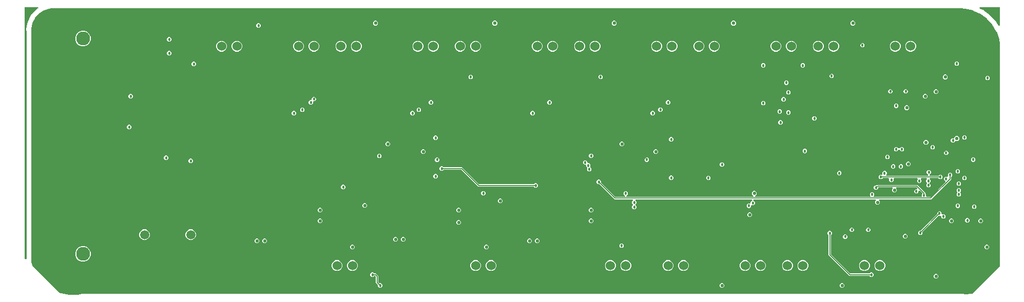
<source format=gbr>
G04 EAGLE Gerber RS-274X export*
G75*
%MOMM*%
%FSLAX34Y34*%
%LPD*%
%INEAGLE Copper Layer 2*%
%IPPOS*%
%AMOC8*
5,1,8,0,0,1.08239X$1,22.5*%
G01*
%ADD10C,1.524000*%
%ADD11C,1.500000*%
%ADD12C,2.286000*%
%ADD13C,0.457200*%
%ADD14C,0.553200*%
%ADD15C,0.127000*%
%ADD16C,0.975000*%

G36*
X80005Y15265D02*
X80005Y15265D01*
X80018Y15267D01*
X80031Y15266D01*
X80191Y15282D01*
X85458Y16178D01*
X85603Y16222D01*
X85748Y16264D01*
X85755Y16268D01*
X85762Y16270D01*
X85891Y16348D01*
X86022Y16425D01*
X86030Y16432D01*
X86034Y16435D01*
X86042Y16444D01*
X86119Y16511D01*
X87145Y16511D01*
X87203Y16518D01*
X87260Y16516D01*
X87419Y16541D01*
X88419Y16762D01*
X88500Y16710D01*
X88609Y16658D01*
X88714Y16600D01*
X88752Y16591D01*
X88787Y16574D01*
X88906Y16551D01*
X89022Y16521D01*
X89080Y16517D01*
X89099Y16513D01*
X89120Y16515D01*
X89182Y16511D01*
X1536057Y16511D01*
X1536212Y16530D01*
X1536368Y16549D01*
X1536370Y16550D01*
X1536372Y16551D01*
X1536518Y16608D01*
X1536664Y16665D01*
X1536667Y16667D01*
X1536668Y16668D01*
X1536672Y16670D01*
X1536742Y16714D01*
X1537905Y16527D01*
X1537926Y16526D01*
X1537946Y16521D01*
X1538107Y16511D01*
X1539322Y16511D01*
X1539381Y16465D01*
X1539411Y16452D01*
X1539439Y16433D01*
X1539557Y16389D01*
X1539672Y16339D01*
X1539705Y16333D01*
X1539737Y16322D01*
X1539896Y16295D01*
X1544490Y15817D01*
X1544516Y15818D01*
X1544542Y15813D01*
X1544703Y15813D01*
X1554496Y16447D01*
X1554553Y16458D01*
X1554611Y16460D01*
X1554709Y16488D01*
X1554808Y16507D01*
X1554861Y16532D01*
X1554916Y16548D01*
X1555004Y16600D01*
X1555096Y16643D01*
X1555140Y16680D01*
X1555190Y16710D01*
X1555311Y16816D01*
X1601098Y62603D01*
X1601158Y62681D01*
X1601226Y62753D01*
X1601255Y62806D01*
X1601292Y62854D01*
X1601332Y62945D01*
X1601380Y63031D01*
X1601395Y63090D01*
X1601419Y63146D01*
X1601434Y63244D01*
X1601459Y63339D01*
X1601465Y63439D01*
X1601469Y63460D01*
X1601467Y63472D01*
X1601469Y63500D01*
X1601469Y430581D01*
X1601467Y430597D01*
X1601469Y430613D01*
X1601455Y430773D01*
X1600512Y436920D01*
X1600500Y436963D01*
X1600495Y437007D01*
X1600450Y437161D01*
X1595977Y449472D01*
X1595957Y449511D01*
X1595944Y449554D01*
X1595870Y449696D01*
X1589081Y460898D01*
X1589053Y460932D01*
X1589033Y460971D01*
X1588932Y461097D01*
X1580088Y470759D01*
X1580054Y470787D01*
X1580026Y470821D01*
X1579903Y470925D01*
X1569344Y478675D01*
X1569305Y478697D01*
X1569271Y478725D01*
X1569130Y478802D01*
X1557262Y484344D01*
X1557220Y484358D01*
X1557181Y484379D01*
X1557027Y484427D01*
X1544306Y487547D01*
X1544293Y487549D01*
X1544281Y487553D01*
X1544122Y487578D01*
X1537647Y488184D01*
X1537626Y488183D01*
X1537529Y488189D01*
X37192Y488189D01*
X37181Y488188D01*
X37170Y488189D01*
X37009Y488176D01*
X32572Y487530D01*
X32530Y487519D01*
X32486Y487515D01*
X32331Y487471D01*
X23690Y484406D01*
X23614Y484367D01*
X23533Y484338D01*
X23415Y484267D01*
X23406Y484263D01*
X23403Y484260D01*
X23395Y484255D01*
X15842Y479058D01*
X15778Y479001D01*
X15708Y478952D01*
X15612Y478854D01*
X15604Y478846D01*
X15602Y478843D01*
X15596Y478836D01*
X9645Y471862D01*
X9598Y471790D01*
X9543Y471724D01*
X9476Y471605D01*
X9470Y471596D01*
X9469Y471591D01*
X9465Y471584D01*
X5522Y463306D01*
X5495Y463225D01*
X5459Y463147D01*
X5425Y463014D01*
X5422Y463004D01*
X5422Y463000D01*
X5420Y462991D01*
X3753Y453975D01*
X3751Y453931D01*
X3740Y453888D01*
X3732Y453728D01*
X3771Y450877D01*
X3784Y450787D01*
X3787Y450696D01*
X3806Y450630D01*
X3811Y450595D01*
X3811Y448951D01*
X3813Y448929D01*
X3815Y448851D01*
X3929Y447404D01*
X3924Y447389D01*
X3900Y447346D01*
X3873Y447239D01*
X3837Y447135D01*
X3833Y447086D01*
X3821Y447038D01*
X3811Y446877D01*
X3811Y69308D01*
X3822Y69220D01*
X3823Y69131D01*
X3849Y69006D01*
X3851Y68992D01*
X3853Y68987D01*
X3856Y68974D01*
X5506Y62929D01*
X5511Y62917D01*
X5513Y62905D01*
X5569Y62753D01*
X5682Y62496D01*
X5760Y62364D01*
X5840Y62229D01*
X5844Y62225D01*
X5845Y62223D01*
X5850Y62218D01*
X5946Y62109D01*
X49037Y19018D01*
X49055Y19004D01*
X49070Y18986D01*
X49180Y18907D01*
X49289Y18823D01*
X49310Y18814D01*
X49328Y18800D01*
X49474Y18733D01*
X52878Y17406D01*
X52921Y17396D01*
X52961Y17377D01*
X53118Y17339D01*
X66336Y15000D01*
X66380Y14997D01*
X66424Y14987D01*
X66584Y14980D01*
X80005Y15265D01*
G37*
%LPC*%
G36*
X996747Y156463D02*
X996747Y156463D01*
X994663Y158547D01*
X994663Y161493D01*
X996103Y162933D01*
X996176Y163027D01*
X996254Y163116D01*
X996273Y163152D01*
X996297Y163184D01*
X996345Y163293D01*
X996399Y163399D01*
X996408Y163438D01*
X996424Y163476D01*
X996443Y163593D01*
X996469Y163709D01*
X996467Y163750D01*
X996474Y163790D01*
X996463Y163908D01*
X996459Y164027D01*
X996448Y164066D01*
X996444Y164106D01*
X996404Y164218D01*
X996370Y164333D01*
X996350Y164368D01*
X996336Y164406D01*
X996269Y164504D01*
X996209Y164607D01*
X996169Y164652D01*
X996158Y164669D01*
X996142Y164682D01*
X996103Y164728D01*
X994663Y166167D01*
X994663Y169113D01*
X996103Y170553D01*
X996188Y170662D01*
X996276Y170769D01*
X996285Y170788D01*
X996298Y170804D01*
X996353Y170932D01*
X996412Y171057D01*
X996416Y171077D01*
X996424Y171096D01*
X996446Y171234D01*
X996472Y171370D01*
X996471Y171390D01*
X996474Y171410D01*
X996461Y171549D01*
X996452Y171687D01*
X996446Y171706D01*
X996444Y171726D01*
X996397Y171858D01*
X996354Y171989D01*
X996343Y172007D01*
X996336Y172026D01*
X996258Y172141D01*
X996184Y172258D01*
X996169Y172272D01*
X996158Y172289D01*
X996053Y172381D01*
X995952Y172476D01*
X995935Y172486D01*
X995919Y172499D01*
X995795Y172563D01*
X995674Y172630D01*
X995654Y172635D01*
X995636Y172644D01*
X995500Y172674D01*
X995366Y172709D01*
X995338Y172711D01*
X995326Y172714D01*
X995305Y172713D01*
X995205Y172719D01*
X965998Y172719D01*
X941033Y197684D01*
X940955Y197745D01*
X940883Y197813D01*
X940830Y197842D01*
X940782Y197879D01*
X940691Y197918D01*
X940604Y197966D01*
X940546Y197981D01*
X940490Y198005D01*
X940392Y198021D01*
X940297Y198046D01*
X940197Y198052D01*
X940176Y198055D01*
X940164Y198054D01*
X940136Y198056D01*
X938327Y198056D01*
X936243Y200139D01*
X936243Y203086D01*
X938327Y205169D01*
X941273Y205169D01*
X943357Y203086D01*
X943357Y201277D01*
X943369Y201178D01*
X943372Y201079D01*
X943389Y201021D01*
X943397Y200961D01*
X943433Y200869D01*
X943461Y200774D01*
X943491Y200722D01*
X943514Y200665D01*
X943572Y200585D01*
X943622Y200500D01*
X943688Y200425D01*
X943700Y200408D01*
X943710Y200400D01*
X943728Y200379D01*
X967205Y176902D01*
X967283Y176842D01*
X967356Y176774D01*
X967409Y176745D01*
X967456Y176708D01*
X967547Y176668D01*
X967634Y176620D01*
X967693Y176605D01*
X967748Y176581D01*
X967846Y176566D01*
X967942Y176541D01*
X968042Y176535D01*
X968062Y176531D01*
X968075Y176533D01*
X968103Y176531D01*
X982188Y176531D01*
X982325Y176548D01*
X982464Y176561D01*
X982483Y176568D01*
X982503Y176571D01*
X982632Y176622D01*
X982763Y176669D01*
X982780Y176680D01*
X982799Y176688D01*
X982911Y176769D01*
X983026Y176847D01*
X983040Y176863D01*
X983056Y176874D01*
X983145Y176982D01*
X983237Y177086D01*
X983246Y177104D01*
X983259Y177119D01*
X983318Y177245D01*
X983381Y177369D01*
X983386Y177389D01*
X983394Y177407D01*
X983421Y177543D01*
X983451Y177679D01*
X983450Y177700D01*
X983454Y177719D01*
X983446Y177858D01*
X983441Y177997D01*
X983436Y178017D01*
X983435Y178037D01*
X983392Y178169D01*
X983353Y178303D01*
X983343Y178320D01*
X983336Y178339D01*
X983262Y178457D01*
X983191Y178577D01*
X983173Y178598D01*
X983166Y178608D01*
X983151Y178622D01*
X983085Y178697D01*
X980693Y181089D01*
X980693Y184036D01*
X982777Y186119D01*
X985723Y186119D01*
X987807Y184036D01*
X987807Y181089D01*
X985415Y178697D01*
X985330Y178588D01*
X985241Y178481D01*
X985232Y178462D01*
X985220Y178446D01*
X985165Y178318D01*
X985106Y178193D01*
X985102Y178173D01*
X985094Y178154D01*
X985072Y178016D01*
X985046Y177880D01*
X985047Y177860D01*
X985044Y177840D01*
X985057Y177701D01*
X985065Y177563D01*
X985072Y177544D01*
X985074Y177524D01*
X985121Y177392D01*
X985164Y177261D01*
X985174Y177243D01*
X985181Y177224D01*
X985259Y177109D01*
X985334Y176992D01*
X985348Y176978D01*
X985360Y176961D01*
X985464Y176869D01*
X985565Y176774D01*
X985583Y176764D01*
X985598Y176751D01*
X985722Y176687D01*
X985844Y176620D01*
X985863Y176615D01*
X985881Y176606D01*
X986017Y176576D01*
X986152Y176541D01*
X986180Y176539D01*
X986192Y176536D01*
X986212Y176537D01*
X986312Y176531D01*
X1193916Y176531D01*
X1194054Y176548D01*
X1194193Y176561D01*
X1194212Y176568D01*
X1194232Y176571D01*
X1194361Y176622D01*
X1194492Y176669D01*
X1194509Y176680D01*
X1194527Y176688D01*
X1194640Y176769D01*
X1194755Y176847D01*
X1194768Y176863D01*
X1194785Y176874D01*
X1194874Y176982D01*
X1194965Y177086D01*
X1194975Y177104D01*
X1194988Y177119D01*
X1195047Y177245D01*
X1195110Y177369D01*
X1195115Y177389D01*
X1195123Y177407D01*
X1195149Y177543D01*
X1195180Y177679D01*
X1195179Y177700D01*
X1195183Y177719D01*
X1195174Y177858D01*
X1195170Y177997D01*
X1195164Y178017D01*
X1195163Y178037D01*
X1195120Y178169D01*
X1195082Y178303D01*
X1195071Y178320D01*
X1195065Y178339D01*
X1194991Y178457D01*
X1194920Y178577D01*
X1194902Y178598D01*
X1194895Y178608D01*
X1194880Y178622D01*
X1194814Y178697D01*
X1192303Y181208D01*
X1192303Y184552D01*
X1194668Y186917D01*
X1198012Y186917D01*
X1200377Y184552D01*
X1200377Y181208D01*
X1197866Y178697D01*
X1197781Y178588D01*
X1197692Y178481D01*
X1197684Y178462D01*
X1197671Y178446D01*
X1197616Y178318D01*
X1197557Y178193D01*
X1197553Y178173D01*
X1197545Y178154D01*
X1197523Y178016D01*
X1197497Y177880D01*
X1197498Y177860D01*
X1197495Y177840D01*
X1197508Y177701D01*
X1197517Y177563D01*
X1197523Y177544D01*
X1197525Y177524D01*
X1197572Y177392D01*
X1197615Y177261D01*
X1197626Y177243D01*
X1197633Y177224D01*
X1197711Y177109D01*
X1197785Y176992D01*
X1197800Y176978D01*
X1197811Y176961D01*
X1197915Y176869D01*
X1198017Y176774D01*
X1198034Y176764D01*
X1198050Y176751D01*
X1198174Y176687D01*
X1198295Y176620D01*
X1198315Y176615D01*
X1198333Y176606D01*
X1198469Y176576D01*
X1198603Y176541D01*
X1198631Y176539D01*
X1198643Y176536D01*
X1198664Y176537D01*
X1198764Y176531D01*
X1387000Y176531D01*
X1387138Y176548D01*
X1387276Y176561D01*
X1387295Y176568D01*
X1387316Y176571D01*
X1387445Y176622D01*
X1387576Y176669D01*
X1387593Y176680D01*
X1387611Y176688D01*
X1387724Y176769D01*
X1387839Y176847D01*
X1387852Y176863D01*
X1387869Y176874D01*
X1387957Y176982D01*
X1388049Y177086D01*
X1388059Y177104D01*
X1388071Y177119D01*
X1388131Y177245D01*
X1388194Y177369D01*
X1388198Y177389D01*
X1388207Y177407D01*
X1388233Y177544D01*
X1388264Y177679D01*
X1388263Y177700D01*
X1388267Y177719D01*
X1388258Y177858D01*
X1388254Y177997D01*
X1388248Y178017D01*
X1388247Y178037D01*
X1388204Y178169D01*
X1388166Y178303D01*
X1388155Y178320D01*
X1388149Y178339D01*
X1388075Y178457D01*
X1388004Y178577D01*
X1387985Y178598D01*
X1387979Y178608D01*
X1387964Y178622D01*
X1387898Y178697D01*
X1387093Y179502D01*
X1387093Y182448D01*
X1389177Y184532D01*
X1392123Y184532D01*
X1394207Y182448D01*
X1394207Y179502D01*
X1393402Y178697D01*
X1393318Y178588D01*
X1393229Y178481D01*
X1393220Y178462D01*
X1393208Y178446D01*
X1393152Y178319D01*
X1393093Y178193D01*
X1393089Y178173D01*
X1393081Y178154D01*
X1393059Y178016D01*
X1393033Y177880D01*
X1393034Y177860D01*
X1393031Y177840D01*
X1393044Y177701D01*
X1393053Y177563D01*
X1393059Y177544D01*
X1393061Y177524D01*
X1393108Y177392D01*
X1393151Y177261D01*
X1393162Y177243D01*
X1393169Y177224D01*
X1393247Y177109D01*
X1393321Y176992D01*
X1393336Y176978D01*
X1393347Y176961D01*
X1393451Y176869D01*
X1393553Y176774D01*
X1393571Y176764D01*
X1393586Y176751D01*
X1393709Y176688D01*
X1393831Y176620D01*
X1393851Y176615D01*
X1393869Y176606D01*
X1394005Y176576D01*
X1394139Y176541D01*
X1394167Y176539D01*
X1394179Y176536D01*
X1394200Y176537D01*
X1394300Y176531D01*
X1471549Y176531D01*
X1471667Y176546D01*
X1471786Y176553D01*
X1471824Y176566D01*
X1471865Y176571D01*
X1471975Y176614D01*
X1472088Y176651D01*
X1472123Y176673D01*
X1472160Y176688D01*
X1472256Y176757D01*
X1472357Y176821D01*
X1472385Y176851D01*
X1472418Y176874D01*
X1472494Y176966D01*
X1472575Y177053D01*
X1472595Y177088D01*
X1472620Y177119D01*
X1472671Y177227D01*
X1472729Y177331D01*
X1472739Y177371D01*
X1472756Y177407D01*
X1472778Y177524D01*
X1472808Y177639D01*
X1472812Y177699D01*
X1472816Y177719D01*
X1472814Y177740D01*
X1472818Y177800D01*
X1472818Y180861D01*
X1473202Y181245D01*
X1473275Y181339D01*
X1473354Y181428D01*
X1473373Y181464D01*
X1473397Y181496D01*
X1473445Y181605D01*
X1473499Y181711D01*
X1473508Y181751D01*
X1473524Y181788D01*
X1473542Y181906D01*
X1473568Y182022D01*
X1473567Y182062D01*
X1473574Y182102D01*
X1473562Y182221D01*
X1473559Y182340D01*
X1473548Y182378D01*
X1473544Y182419D01*
X1473503Y182531D01*
X1473470Y182645D01*
X1473450Y182680D01*
X1473436Y182718D01*
X1473369Y182816D01*
X1473309Y182919D01*
X1473269Y182964D01*
X1473258Y182981D01*
X1473242Y182995D01*
X1473202Y183040D01*
X1469398Y186844D01*
X1469289Y186929D01*
X1469182Y187018D01*
X1469163Y187026D01*
X1469147Y187039D01*
X1469019Y187094D01*
X1468894Y187153D01*
X1468874Y187157D01*
X1468855Y187165D01*
X1468717Y187187D01*
X1468581Y187213D01*
X1468561Y187212D01*
X1468541Y187215D01*
X1468402Y187202D01*
X1468264Y187193D01*
X1468245Y187187D01*
X1468225Y187185D01*
X1468093Y187138D01*
X1467962Y187095D01*
X1467944Y187085D01*
X1467925Y187078D01*
X1467810Y187000D01*
X1467693Y186925D01*
X1467679Y186910D01*
X1467662Y186899D01*
X1467570Y186795D01*
X1467475Y186694D01*
X1467465Y186676D01*
X1467452Y186661D01*
X1467388Y186537D01*
X1467321Y186415D01*
X1467316Y186395D01*
X1467307Y186377D01*
X1467277Y186242D01*
X1467242Y186107D01*
X1467240Y186079D01*
X1467237Y186067D01*
X1467238Y186047D01*
X1467232Y185946D01*
X1467232Y184264D01*
X1465148Y182181D01*
X1462202Y182181D01*
X1460118Y184264D01*
X1460118Y187211D01*
X1462202Y189294D01*
X1463884Y189294D01*
X1464022Y189312D01*
X1464160Y189325D01*
X1464179Y189332D01*
X1464199Y189334D01*
X1464329Y189385D01*
X1464460Y189432D01*
X1464476Y189444D01*
X1464495Y189451D01*
X1464607Y189533D01*
X1464723Y189611D01*
X1464736Y189626D01*
X1464752Y189638D01*
X1464841Y189745D01*
X1464933Y189849D01*
X1464942Y189867D01*
X1464955Y189883D01*
X1465015Y190009D01*
X1465078Y190133D01*
X1465082Y190152D01*
X1465091Y190171D01*
X1465117Y190307D01*
X1465147Y190443D01*
X1465147Y190463D01*
X1465151Y190483D01*
X1465142Y190621D01*
X1465138Y190761D01*
X1465132Y190780D01*
X1465131Y190800D01*
X1465088Y190932D01*
X1465049Y191066D01*
X1465039Y191084D01*
X1465033Y191103D01*
X1464959Y191220D01*
X1464888Y191340D01*
X1464869Y191361D01*
X1464863Y191372D01*
X1464848Y191386D01*
X1464781Y191461D01*
X1463892Y192350D01*
X1463814Y192411D01*
X1463742Y192479D01*
X1463689Y192508D01*
X1463641Y192545D01*
X1463550Y192584D01*
X1463463Y192632D01*
X1463405Y192647D01*
X1463349Y192671D01*
X1463251Y192687D01*
X1463156Y192712D01*
X1463055Y192718D01*
X1463035Y192721D01*
X1463023Y192720D01*
X1462995Y192722D01*
X1431491Y192722D01*
X1431353Y192704D01*
X1431215Y192691D01*
X1431196Y192684D01*
X1431176Y192682D01*
X1431047Y192631D01*
X1430916Y192584D01*
X1430899Y192572D01*
X1430880Y192565D01*
X1430768Y192483D01*
X1430652Y192405D01*
X1430639Y192390D01*
X1430623Y192378D01*
X1430534Y192271D01*
X1430442Y192167D01*
X1430433Y192149D01*
X1430420Y192133D01*
X1430361Y192007D01*
X1430297Y191883D01*
X1430293Y191864D01*
X1430284Y191845D01*
X1430258Y191709D01*
X1430228Y191573D01*
X1430228Y191553D01*
X1430225Y191533D01*
X1430233Y191395D01*
X1430237Y191255D01*
X1430243Y191236D01*
X1430244Y191216D01*
X1430287Y191084D01*
X1430326Y190950D01*
X1430336Y190932D01*
X1430342Y190913D01*
X1430417Y190795D01*
X1430487Y190676D01*
X1430506Y190655D01*
X1430513Y190644D01*
X1430528Y190630D01*
X1430594Y190555D01*
X1431517Y189632D01*
X1431517Y186288D01*
X1429152Y183923D01*
X1425808Y183923D01*
X1423443Y186288D01*
X1423443Y189632D01*
X1424366Y190555D01*
X1424451Y190665D01*
X1424540Y190772D01*
X1424549Y190790D01*
X1424561Y190806D01*
X1424616Y190934D01*
X1424676Y191060D01*
X1424679Y191079D01*
X1424688Y191098D01*
X1424709Y191236D01*
X1424735Y191372D01*
X1424734Y191392D01*
X1424737Y191412D01*
X1424724Y191551D01*
X1424716Y191689D01*
X1424709Y191709D01*
X1424708Y191729D01*
X1424660Y191860D01*
X1424618Y191992D01*
X1424607Y192009D01*
X1424600Y192028D01*
X1424522Y192143D01*
X1424447Y192261D01*
X1424433Y192275D01*
X1424421Y192291D01*
X1424317Y192383D01*
X1424216Y192479D01*
X1424198Y192488D01*
X1424183Y192502D01*
X1424059Y192565D01*
X1423937Y192632D01*
X1423918Y192637D01*
X1423900Y192646D01*
X1423764Y192677D01*
X1423629Y192712D01*
X1423601Y192713D01*
X1423589Y192716D01*
X1423569Y192715D01*
X1423469Y192722D01*
X1401826Y192722D01*
X1401708Y192707D01*
X1401589Y192699D01*
X1401551Y192687D01*
X1401510Y192682D01*
X1401400Y192638D01*
X1401287Y192601D01*
X1401252Y192580D01*
X1401215Y192565D01*
X1401119Y192495D01*
X1401018Y192431D01*
X1400990Y192402D01*
X1400957Y192378D01*
X1400881Y192286D01*
X1400800Y192200D01*
X1400780Y192164D01*
X1400755Y192133D01*
X1400704Y192025D01*
X1400646Y191921D01*
X1400636Y191882D01*
X1400619Y191845D01*
X1400597Y191729D01*
X1400567Y191613D01*
X1400563Y191553D01*
X1400559Y191533D01*
X1400561Y191513D01*
X1400557Y191453D01*
X1400557Y190614D01*
X1398473Y188531D01*
X1395527Y188531D01*
X1393443Y190614D01*
X1393443Y193561D01*
X1395527Y195644D01*
X1397336Y195644D01*
X1397434Y195657D01*
X1397533Y195660D01*
X1397591Y195676D01*
X1397651Y195684D01*
X1397743Y195721D01*
X1397839Y195748D01*
X1397891Y195779D01*
X1397947Y195801D01*
X1398027Y195859D01*
X1398113Y195910D01*
X1398188Y195976D01*
X1398204Y195988D01*
X1398212Y195997D01*
X1398233Y196016D01*
X1398751Y196533D01*
X1465099Y196533D01*
X1478281Y183352D01*
X1478281Y183037D01*
X1478293Y182939D01*
X1478296Y182840D01*
X1478313Y182782D01*
X1478321Y182722D01*
X1478357Y182630D01*
X1478385Y182535D01*
X1478415Y182483D01*
X1478438Y182426D01*
X1478496Y182346D01*
X1478546Y182261D01*
X1478612Y182185D01*
X1478624Y182169D01*
X1478634Y182161D01*
X1478652Y182140D01*
X1479932Y180861D01*
X1479932Y177800D01*
X1479947Y177682D01*
X1479954Y177563D01*
X1479967Y177525D01*
X1479972Y177484D01*
X1480015Y177374D01*
X1480052Y177261D01*
X1480074Y177226D01*
X1480089Y177189D01*
X1480158Y177093D01*
X1480222Y176992D01*
X1480252Y176964D01*
X1480275Y176931D01*
X1480367Y176855D01*
X1480454Y176774D01*
X1480489Y176754D01*
X1480520Y176729D01*
X1480628Y176678D01*
X1480732Y176620D01*
X1480772Y176610D01*
X1480808Y176593D01*
X1480925Y176571D01*
X1481040Y176541D01*
X1481100Y176537D01*
X1481120Y176533D01*
X1481141Y176535D01*
X1481201Y176531D01*
X1486172Y176531D01*
X1486271Y176543D01*
X1486370Y176546D01*
X1486428Y176563D01*
X1486488Y176571D01*
X1486580Y176607D01*
X1486675Y176635D01*
X1486727Y176665D01*
X1486784Y176688D01*
X1486864Y176746D01*
X1486949Y176796D01*
X1487024Y176862D01*
X1487041Y176874D01*
X1487049Y176884D01*
X1487070Y176902D01*
X1511302Y201135D01*
X1511376Y201229D01*
X1511454Y201318D01*
X1511473Y201354D01*
X1511497Y201386D01*
X1511545Y201496D01*
X1511599Y201602D01*
X1511608Y201641D01*
X1511624Y201678D01*
X1511642Y201796D01*
X1511668Y201912D01*
X1511667Y201952D01*
X1511674Y201992D01*
X1511662Y202111D01*
X1511659Y202230D01*
X1511648Y202269D01*
X1511644Y202309D01*
X1511603Y202421D01*
X1511570Y202535D01*
X1511550Y202570D01*
X1511536Y202608D01*
X1511469Y202707D01*
X1511409Y202809D01*
X1511369Y202854D01*
X1511358Y202871D01*
X1511342Y202885D01*
X1511302Y202930D01*
X1509331Y204902D01*
X1509331Y207424D01*
X1509313Y207562D01*
X1509300Y207700D01*
X1509293Y207720D01*
X1509291Y207740D01*
X1509271Y207789D01*
X1511414Y209932D01*
X1514412Y209932D01*
X1514530Y209947D01*
X1514648Y209954D01*
X1514687Y209967D01*
X1514727Y209972D01*
X1514838Y210015D01*
X1514951Y210052D01*
X1514985Y210074D01*
X1515023Y210089D01*
X1515119Y210158D01*
X1515220Y210222D01*
X1515247Y210252D01*
X1515280Y210275D01*
X1515356Y210367D01*
X1515438Y210454D01*
X1515457Y210489D01*
X1515483Y210520D01*
X1515534Y210628D01*
X1515591Y210732D01*
X1515601Y210772D01*
X1515618Y210808D01*
X1515641Y210925D01*
X1515671Y211040D01*
X1515674Y211100D01*
X1515678Y211120D01*
X1515677Y211141D01*
X1515681Y211201D01*
X1515681Y214198D01*
X1517764Y216282D01*
X1520711Y216282D01*
X1522794Y214198D01*
X1522794Y211252D01*
X1521515Y209973D01*
X1521454Y209894D01*
X1521386Y209822D01*
X1521357Y209769D01*
X1521320Y209721D01*
X1521281Y209630D01*
X1521233Y209544D01*
X1521218Y209485D01*
X1521194Y209429D01*
X1521178Y209331D01*
X1521153Y209236D01*
X1521147Y209136D01*
X1521144Y209115D01*
X1521145Y209103D01*
X1521143Y209075D01*
X1521143Y205586D01*
X1488277Y172719D01*
X1403234Y172719D01*
X1403096Y172702D01*
X1402957Y172689D01*
X1402938Y172682D01*
X1402918Y172679D01*
X1402789Y172628D01*
X1402658Y172581D01*
X1402641Y172570D01*
X1402623Y172562D01*
X1402510Y172481D01*
X1402395Y172403D01*
X1402382Y172387D01*
X1402365Y172376D01*
X1402276Y172268D01*
X1402185Y172164D01*
X1402175Y172146D01*
X1402162Y172131D01*
X1402103Y172005D01*
X1402040Y171881D01*
X1402035Y171861D01*
X1402027Y171843D01*
X1402001Y171706D01*
X1401970Y171571D01*
X1401971Y171550D01*
X1401967Y171531D01*
X1401976Y171392D01*
X1401980Y171253D01*
X1401986Y171233D01*
X1401987Y171213D01*
X1402030Y171081D01*
X1402068Y170947D01*
X1402079Y170930D01*
X1402085Y170911D01*
X1402159Y170793D01*
X1402230Y170673D01*
X1402248Y170652D01*
X1402255Y170642D01*
X1402270Y170628D01*
X1402336Y170553D01*
X1403577Y169312D01*
X1403577Y165968D01*
X1401212Y163603D01*
X1397868Y163603D01*
X1395503Y165968D01*
X1395503Y169312D01*
X1396744Y170553D01*
X1396829Y170662D01*
X1396918Y170769D01*
X1396926Y170788D01*
X1396939Y170804D01*
X1396994Y170932D01*
X1397053Y171057D01*
X1397057Y171077D01*
X1397065Y171096D01*
X1397087Y171234D01*
X1397113Y171370D01*
X1397112Y171390D01*
X1397115Y171410D01*
X1397102Y171549D01*
X1397093Y171687D01*
X1397087Y171706D01*
X1397085Y171726D01*
X1397038Y171858D01*
X1396995Y171989D01*
X1396984Y172007D01*
X1396977Y172026D01*
X1396899Y172141D01*
X1396825Y172258D01*
X1396810Y172272D01*
X1396799Y172289D01*
X1396695Y172381D01*
X1396593Y172476D01*
X1396576Y172486D01*
X1396560Y172499D01*
X1396436Y172563D01*
X1396315Y172630D01*
X1396295Y172635D01*
X1396277Y172644D01*
X1396141Y172674D01*
X1396007Y172709D01*
X1395979Y172711D01*
X1395967Y172714D01*
X1395946Y172713D01*
X1395846Y172719D01*
X1195862Y172719D01*
X1195725Y172702D01*
X1195586Y172689D01*
X1195567Y172682D01*
X1195547Y172679D01*
X1195418Y172628D01*
X1195287Y172581D01*
X1195270Y172570D01*
X1195251Y172562D01*
X1195139Y172481D01*
X1195024Y172403D01*
X1195010Y172387D01*
X1194994Y172376D01*
X1194905Y172268D01*
X1194813Y172164D01*
X1194804Y172146D01*
X1194791Y172131D01*
X1194732Y172005D01*
X1194669Y171881D01*
X1194664Y171861D01*
X1194656Y171843D01*
X1194629Y171707D01*
X1194599Y171571D01*
X1194600Y171550D01*
X1194596Y171531D01*
X1194604Y171392D01*
X1194609Y171253D01*
X1194614Y171233D01*
X1194615Y171213D01*
X1194658Y171081D01*
X1194697Y170947D01*
X1194707Y170930D01*
X1194714Y170911D01*
X1194788Y170793D01*
X1194859Y170673D01*
X1194877Y170652D01*
X1194884Y170642D01*
X1194899Y170628D01*
X1194965Y170553D01*
X1197357Y168161D01*
X1197357Y165214D01*
X1195273Y163131D01*
X1192276Y163131D01*
X1192158Y163116D01*
X1192039Y163108D01*
X1192001Y163096D01*
X1191960Y163091D01*
X1191850Y163047D01*
X1191737Y163010D01*
X1191702Y162989D01*
X1191665Y162974D01*
X1191569Y162904D01*
X1191468Y162840D01*
X1191440Y162811D01*
X1191407Y162787D01*
X1191331Y162695D01*
X1191250Y162609D01*
X1191230Y162573D01*
X1191205Y162542D01*
X1191154Y162434D01*
X1191096Y162330D01*
X1191086Y162291D01*
X1191069Y162254D01*
X1191047Y162138D01*
X1191017Y162022D01*
X1191013Y161962D01*
X1191009Y161942D01*
X1191011Y161922D01*
X1191007Y161862D01*
X1191007Y160452D01*
X1188923Y158368D01*
X1185977Y158368D01*
X1183893Y160452D01*
X1183893Y163398D01*
X1185977Y165482D01*
X1188974Y165482D01*
X1189092Y165497D01*
X1189211Y165504D01*
X1189249Y165517D01*
X1189290Y165522D01*
X1189400Y165565D01*
X1189513Y165602D01*
X1189548Y165624D01*
X1189585Y165639D01*
X1189681Y165708D01*
X1189782Y165772D01*
X1189810Y165802D01*
X1189843Y165825D01*
X1189919Y165917D01*
X1190000Y166004D01*
X1190020Y166039D01*
X1190045Y166070D01*
X1190096Y166178D01*
X1190154Y166282D01*
X1190164Y166322D01*
X1190181Y166358D01*
X1190203Y166475D01*
X1190233Y166590D01*
X1190237Y166650D01*
X1190241Y166670D01*
X1190239Y166691D01*
X1190243Y166751D01*
X1190243Y168161D01*
X1192635Y170553D01*
X1192720Y170662D01*
X1192809Y170769D01*
X1192818Y170788D01*
X1192830Y170804D01*
X1192885Y170932D01*
X1192944Y171057D01*
X1192948Y171077D01*
X1192956Y171096D01*
X1192978Y171234D01*
X1193004Y171370D01*
X1193003Y171390D01*
X1193006Y171410D01*
X1192993Y171549D01*
X1192985Y171687D01*
X1192978Y171706D01*
X1192976Y171726D01*
X1192929Y171858D01*
X1192886Y171989D01*
X1192876Y172007D01*
X1192869Y172026D01*
X1192791Y172141D01*
X1192716Y172258D01*
X1192702Y172272D01*
X1192690Y172289D01*
X1192586Y172381D01*
X1192485Y172476D01*
X1192467Y172486D01*
X1192452Y172499D01*
X1192328Y172563D01*
X1192206Y172630D01*
X1192187Y172635D01*
X1192169Y172644D01*
X1192033Y172674D01*
X1191898Y172709D01*
X1191870Y172711D01*
X1191858Y172714D01*
X1191838Y172713D01*
X1191738Y172719D01*
X1001235Y172719D01*
X1001097Y172702D01*
X1000959Y172689D01*
X1000939Y172682D01*
X1000919Y172679D01*
X1000790Y172628D01*
X1000659Y172581D01*
X1000642Y172570D01*
X1000624Y172562D01*
X1000511Y172481D01*
X1000396Y172403D01*
X1000383Y172387D01*
X1000366Y172376D01*
X1000278Y172268D01*
X1000186Y172164D01*
X1000176Y172146D01*
X1000164Y172131D01*
X1000104Y172005D01*
X1000041Y171881D01*
X1000037Y171861D01*
X1000028Y171843D01*
X1000002Y171706D01*
X999971Y171571D01*
X999972Y171550D01*
X999968Y171531D01*
X999977Y171392D01*
X999981Y171253D01*
X999987Y171233D01*
X999988Y171213D01*
X1000031Y171081D01*
X1000069Y170947D01*
X1000080Y170930D01*
X1000086Y170911D01*
X1000161Y170793D01*
X1000231Y170673D01*
X1000250Y170652D01*
X1000256Y170642D01*
X1000271Y170628D01*
X1000337Y170553D01*
X1001777Y169113D01*
X1001777Y166167D01*
X1000337Y164728D01*
X1000264Y164633D01*
X1000186Y164544D01*
X1000167Y164508D01*
X1000143Y164476D01*
X1000095Y164367D01*
X1000041Y164261D01*
X1000032Y164222D01*
X1000016Y164184D01*
X999997Y164067D01*
X999971Y163951D01*
X999973Y163910D01*
X999966Y163870D01*
X999977Y163752D01*
X999981Y163633D01*
X999992Y163594D01*
X999996Y163554D01*
X1000036Y163441D01*
X1000070Y163327D01*
X1000090Y163293D01*
X1000104Y163254D01*
X1000171Y163156D01*
X1000231Y163053D01*
X1000271Y163008D01*
X1000282Y162991D01*
X1000298Y162978D01*
X1000337Y162933D01*
X1001777Y161493D01*
X1001777Y158547D01*
X999693Y156463D01*
X996747Y156463D01*
G37*
%LPD*%
G36*
X-4981Y73674D02*
X-4981Y73674D01*
X-4843Y73683D01*
X-4824Y73689D01*
X-4804Y73691D01*
X-4672Y73738D01*
X-4541Y73781D01*
X-4523Y73792D01*
X-4504Y73799D01*
X-4389Y73877D01*
X-4272Y73951D01*
X-4258Y73966D01*
X-4241Y73977D01*
X-4149Y74081D01*
X-4054Y74183D01*
X-4044Y74201D01*
X-4031Y74216D01*
X-3967Y74340D01*
X-3900Y74461D01*
X-3895Y74481D01*
X-3886Y74499D01*
X-3856Y74635D01*
X-3821Y74769D01*
X-3819Y74797D01*
X-3816Y74809D01*
X-3817Y74830D01*
X-3811Y74930D01*
X-3811Y448549D01*
X-3813Y448571D01*
X-3815Y448649D01*
X-4256Y454225D01*
X-2151Y465621D01*
X2833Y476083D01*
X10354Y484898D01*
X14723Y487904D01*
X14795Y487968D01*
X14872Y488024D01*
X14913Y488074D01*
X14960Y488116D01*
X15014Y488196D01*
X15075Y488269D01*
X15102Y488327D01*
X15138Y488380D01*
X15170Y488471D01*
X15210Y488557D01*
X15222Y488620D01*
X15244Y488680D01*
X15252Y488775D01*
X15270Y488870D01*
X15266Y488933D01*
X15272Y488997D01*
X15256Y489091D01*
X15251Y489187D01*
X15231Y489247D01*
X15221Y489310D01*
X15182Y489398D01*
X15152Y489489D01*
X15118Y489543D01*
X15093Y489602D01*
X15034Y489677D01*
X14982Y489758D01*
X14936Y489802D01*
X14897Y489852D01*
X14821Y489910D01*
X14751Y489976D01*
X14695Y490007D01*
X14644Y490046D01*
X14556Y490083D01*
X14472Y490130D01*
X14410Y490146D01*
X14352Y490171D01*
X14257Y490185D01*
X14164Y490209D01*
X14057Y490216D01*
X14037Y490219D01*
X14027Y490218D01*
X14004Y490219D01*
X-6350Y490219D01*
X-6468Y490204D01*
X-6587Y490197D01*
X-6625Y490184D01*
X-6666Y490179D01*
X-6776Y490136D01*
X-6889Y490099D01*
X-6924Y490077D01*
X-6961Y490062D01*
X-7057Y489993D01*
X-7158Y489929D01*
X-7186Y489899D01*
X-7219Y489876D01*
X-7295Y489784D01*
X-7376Y489697D01*
X-7396Y489662D01*
X-7421Y489631D01*
X-7472Y489523D01*
X-7530Y489419D01*
X-7540Y489379D01*
X-7557Y489343D01*
X-7579Y489226D01*
X-7609Y489111D01*
X-7613Y489051D01*
X-7617Y489031D01*
X-7615Y489010D01*
X-7619Y488950D01*
X-7619Y76200D01*
X-7607Y76102D01*
X-7604Y76003D01*
X-7587Y75945D01*
X-7579Y75884D01*
X-7543Y75792D01*
X-7515Y75697D01*
X-7485Y75645D01*
X-7462Y75589D01*
X-7404Y75509D01*
X-7354Y75423D01*
X-7288Y75348D01*
X-7276Y75331D01*
X-7266Y75324D01*
X-7248Y75303D01*
X-5977Y74032D01*
X-5868Y73947D01*
X-5761Y73859D01*
X-5742Y73850D01*
X-5726Y73838D01*
X-5598Y73782D01*
X-5473Y73723D01*
X-5453Y73719D01*
X-5434Y73711D01*
X-5296Y73689D01*
X-5160Y73663D01*
X-5140Y73665D01*
X-5120Y73661D01*
X-4981Y73674D01*
G37*
%LPC*%
G36*
X1482204Y192341D02*
X1482204Y192341D01*
X1480121Y194424D01*
X1480121Y197371D01*
X1481243Y198493D01*
X1481316Y198587D01*
X1481394Y198676D01*
X1481413Y198712D01*
X1481437Y198744D01*
X1481485Y198853D01*
X1481539Y198959D01*
X1481548Y198998D01*
X1481564Y199036D01*
X1481583Y199153D01*
X1481609Y199269D01*
X1481607Y199310D01*
X1481614Y199350D01*
X1481603Y199468D01*
X1481599Y199587D01*
X1481588Y199626D01*
X1481584Y199666D01*
X1481544Y199778D01*
X1481510Y199893D01*
X1481490Y199928D01*
X1481476Y199966D01*
X1481409Y200064D01*
X1481349Y200167D01*
X1481309Y200212D01*
X1481298Y200229D01*
X1481282Y200242D01*
X1481243Y200288D01*
X1479803Y201727D01*
X1479803Y204673D01*
X1480608Y205478D01*
X1480692Y205587D01*
X1480781Y205694D01*
X1480790Y205713D01*
X1480802Y205729D01*
X1480858Y205856D01*
X1480917Y205982D01*
X1480921Y206002D01*
X1480929Y206021D01*
X1480951Y206159D01*
X1480977Y206295D01*
X1480976Y206315D01*
X1480979Y206335D01*
X1480966Y206474D01*
X1480957Y206612D01*
X1480951Y206631D01*
X1480949Y206651D01*
X1480902Y206783D01*
X1480859Y206914D01*
X1480848Y206932D01*
X1480841Y206951D01*
X1480763Y207066D01*
X1480689Y207183D01*
X1480674Y207197D01*
X1480663Y207214D01*
X1480559Y207306D01*
X1480457Y207401D01*
X1480439Y207411D01*
X1480424Y207424D01*
X1480301Y207487D01*
X1480179Y207555D01*
X1480159Y207560D01*
X1480141Y207569D01*
X1480005Y207599D01*
X1479871Y207634D01*
X1479843Y207636D01*
X1479831Y207639D01*
X1479810Y207638D01*
X1479710Y207644D01*
X1472087Y207644D01*
X1471949Y207627D01*
X1471811Y207614D01*
X1471792Y207607D01*
X1471772Y207604D01*
X1471643Y207553D01*
X1471512Y207506D01*
X1471495Y207495D01*
X1471476Y207487D01*
X1471364Y207406D01*
X1471249Y207328D01*
X1471235Y207312D01*
X1471219Y207301D01*
X1471130Y207193D01*
X1471038Y207089D01*
X1471029Y207071D01*
X1471016Y207056D01*
X1470957Y206930D01*
X1470894Y206806D01*
X1470889Y206786D01*
X1470881Y206768D01*
X1470854Y206631D01*
X1470824Y206496D01*
X1470825Y206475D01*
X1470821Y206456D01*
X1470829Y206317D01*
X1470834Y206178D01*
X1470839Y206158D01*
X1470840Y206138D01*
X1470883Y206006D01*
X1470922Y205872D01*
X1470932Y205855D01*
X1470939Y205836D01*
X1471013Y205718D01*
X1471084Y205598D01*
X1471102Y205577D01*
X1471109Y205567D01*
X1471124Y205553D01*
X1471190Y205478D01*
X1471994Y204673D01*
X1471994Y201727D01*
X1469911Y199643D01*
X1466964Y199643D01*
X1464881Y201727D01*
X1464881Y204673D01*
X1465685Y205478D01*
X1465770Y205587D01*
X1465859Y205694D01*
X1465868Y205713D01*
X1465880Y205729D01*
X1465935Y205856D01*
X1465994Y205982D01*
X1465998Y206002D01*
X1466006Y206021D01*
X1466028Y206159D01*
X1466054Y206295D01*
X1466053Y206315D01*
X1466056Y206335D01*
X1466043Y206474D01*
X1466035Y206612D01*
X1466028Y206631D01*
X1466026Y206651D01*
X1465979Y206783D01*
X1465936Y206914D01*
X1465926Y206932D01*
X1465919Y206951D01*
X1465841Y207066D01*
X1465766Y207183D01*
X1465752Y207197D01*
X1465740Y207214D01*
X1465636Y207306D01*
X1465535Y207401D01*
X1465517Y207411D01*
X1465502Y207424D01*
X1465378Y207487D01*
X1465256Y207555D01*
X1465237Y207560D01*
X1465219Y207569D01*
X1465083Y207599D01*
X1464948Y207634D01*
X1464920Y207636D01*
X1464908Y207639D01*
X1464888Y207638D01*
X1464788Y207644D01*
X1427226Y207644D01*
X1427108Y207629D01*
X1426989Y207622D01*
X1426951Y207609D01*
X1426910Y207604D01*
X1426800Y207561D01*
X1426687Y207524D01*
X1426652Y207502D01*
X1426615Y207487D01*
X1426519Y207418D01*
X1426418Y207354D01*
X1426390Y207324D01*
X1426357Y207301D01*
X1426281Y207209D01*
X1426200Y207122D01*
X1426180Y207087D01*
X1426155Y207056D01*
X1426104Y206948D01*
X1426046Y206844D01*
X1426036Y206804D01*
X1426019Y206768D01*
X1425997Y206651D01*
X1425967Y206536D01*
X1425963Y206476D01*
X1425959Y206456D01*
X1425961Y206435D01*
X1425957Y206375D01*
X1425957Y203314D01*
X1423873Y201231D01*
X1420927Y201231D01*
X1418843Y203314D01*
X1418843Y206375D01*
X1418828Y206493D01*
X1418821Y206612D01*
X1418808Y206650D01*
X1418803Y206691D01*
X1418760Y206801D01*
X1418723Y206914D01*
X1418701Y206949D01*
X1418686Y206986D01*
X1418617Y207082D01*
X1418553Y207183D01*
X1418523Y207211D01*
X1418500Y207244D01*
X1418408Y207320D01*
X1418321Y207401D01*
X1418286Y207421D01*
X1418255Y207446D01*
X1418147Y207497D01*
X1418043Y207555D01*
X1418003Y207565D01*
X1417967Y207582D01*
X1417850Y207604D01*
X1417735Y207634D01*
X1417675Y207638D01*
X1417655Y207642D01*
X1417634Y207640D01*
X1417574Y207644D01*
X1408587Y207644D01*
X1408489Y207632D01*
X1408390Y207629D01*
X1408332Y207612D01*
X1408272Y207604D01*
X1408180Y207568D01*
X1408085Y207540D01*
X1408033Y207510D01*
X1407976Y207487D01*
X1407896Y207429D01*
X1407811Y207379D01*
X1407735Y207313D01*
X1407719Y207301D01*
X1407711Y207291D01*
X1407690Y207273D01*
X1406411Y205993D01*
X1403464Y205993D01*
X1401381Y208077D01*
X1401381Y211023D01*
X1403464Y213107D01*
X1406462Y213107D01*
X1406580Y213122D01*
X1406698Y213129D01*
X1406737Y213142D01*
X1406777Y213147D01*
X1406888Y213190D01*
X1407001Y213227D01*
X1407035Y213249D01*
X1407073Y213264D01*
X1407169Y213333D01*
X1407270Y213397D01*
X1407297Y213427D01*
X1407330Y213450D01*
X1407406Y213542D01*
X1407488Y213629D01*
X1407507Y213664D01*
X1407533Y213695D01*
X1407584Y213803D01*
X1407641Y213907D01*
X1407651Y213947D01*
X1407668Y213983D01*
X1407691Y214100D01*
X1407721Y214215D01*
X1407724Y214275D01*
X1407728Y214295D01*
X1407727Y214316D01*
X1407731Y214376D01*
X1407731Y217373D01*
X1409814Y219457D01*
X1412761Y219457D01*
X1414844Y217373D01*
X1414844Y214427D01*
X1414040Y213622D01*
X1413955Y213513D01*
X1413866Y213406D01*
X1413857Y213387D01*
X1413845Y213371D01*
X1413790Y213244D01*
X1413731Y213118D01*
X1413727Y213098D01*
X1413719Y213079D01*
X1413697Y212941D01*
X1413671Y212805D01*
X1413672Y212785D01*
X1413669Y212765D01*
X1413682Y212626D01*
X1413690Y212488D01*
X1413697Y212469D01*
X1413699Y212449D01*
X1413746Y212317D01*
X1413789Y212186D01*
X1413799Y212168D01*
X1413806Y212149D01*
X1413884Y212034D01*
X1413959Y211917D01*
X1413973Y211903D01*
X1413985Y211886D01*
X1414089Y211794D01*
X1414190Y211699D01*
X1414208Y211689D01*
X1414223Y211676D01*
X1414347Y211613D01*
X1414469Y211545D01*
X1414488Y211540D01*
X1414506Y211531D01*
X1414642Y211501D01*
X1414777Y211466D01*
X1414805Y211464D01*
X1414817Y211461D01*
X1414837Y211462D01*
X1414937Y211456D01*
X1482250Y211456D01*
X1482388Y211473D01*
X1482526Y211486D01*
X1482546Y211493D01*
X1482566Y211496D01*
X1482695Y211547D01*
X1482826Y211594D01*
X1482843Y211605D01*
X1482861Y211613D01*
X1482974Y211694D01*
X1483089Y211772D01*
X1483102Y211788D01*
X1483119Y211799D01*
X1483207Y211907D01*
X1483299Y212011D01*
X1483309Y212029D01*
X1483321Y212044D01*
X1483381Y212170D01*
X1483444Y212294D01*
X1483448Y212314D01*
X1483457Y212332D01*
X1483483Y212468D01*
X1483514Y212604D01*
X1483513Y212625D01*
X1483517Y212644D01*
X1483508Y212783D01*
X1483504Y212922D01*
X1483498Y212942D01*
X1483497Y212962D01*
X1483454Y213094D01*
X1483416Y213228D01*
X1483405Y213245D01*
X1483399Y213264D01*
X1483324Y213382D01*
X1483254Y213502D01*
X1483235Y213523D01*
X1483229Y213533D01*
X1483214Y213547D01*
X1483148Y213622D01*
X1480756Y216014D01*
X1480756Y218961D01*
X1482839Y221044D01*
X1485786Y221044D01*
X1487869Y218961D01*
X1487869Y216014D01*
X1485477Y213622D01*
X1485392Y213513D01*
X1485304Y213406D01*
X1485295Y213387D01*
X1485282Y213371D01*
X1485227Y213243D01*
X1485168Y213118D01*
X1485164Y213098D01*
X1485156Y213079D01*
X1485134Y212941D01*
X1485108Y212805D01*
X1485109Y212785D01*
X1485106Y212765D01*
X1485119Y212626D01*
X1485128Y212488D01*
X1485134Y212469D01*
X1485136Y212449D01*
X1485183Y212317D01*
X1485226Y212186D01*
X1485237Y212168D01*
X1485244Y212149D01*
X1485322Y212034D01*
X1485396Y211917D01*
X1485411Y211903D01*
X1485422Y211886D01*
X1485527Y211794D01*
X1485628Y211699D01*
X1485645Y211689D01*
X1485661Y211676D01*
X1485785Y211612D01*
X1485906Y211545D01*
X1485926Y211540D01*
X1485944Y211531D01*
X1486080Y211501D01*
X1486214Y211466D01*
X1486242Y211464D01*
X1486254Y211461D01*
X1486275Y211462D01*
X1486375Y211456D01*
X1499713Y211456D01*
X1499811Y211468D01*
X1499910Y211471D01*
X1499968Y211488D01*
X1500028Y211496D01*
X1500120Y211532D01*
X1500215Y211560D01*
X1500267Y211590D01*
X1500324Y211613D01*
X1500404Y211671D01*
X1500489Y211721D01*
X1500565Y211787D01*
X1500581Y211799D01*
X1500589Y211809D01*
X1500610Y211827D01*
X1501889Y213107D01*
X1504836Y213107D01*
X1506919Y211023D01*
X1506919Y208501D01*
X1506937Y208363D01*
X1506950Y208225D01*
X1506957Y208205D01*
X1506959Y208185D01*
X1506979Y208136D01*
X1504836Y205993D01*
X1501889Y205993D01*
X1500610Y207273D01*
X1500532Y207333D01*
X1500460Y207401D01*
X1500407Y207430D01*
X1500359Y207467D01*
X1500268Y207507D01*
X1500181Y207555D01*
X1500123Y207570D01*
X1500067Y207594D01*
X1499969Y207609D01*
X1499873Y207634D01*
X1499773Y207640D01*
X1499753Y207644D01*
X1499741Y207642D01*
X1499713Y207644D01*
X1487010Y207644D01*
X1486872Y207627D01*
X1486734Y207614D01*
X1486715Y207607D01*
X1486694Y207604D01*
X1486565Y207553D01*
X1486434Y207506D01*
X1486417Y207495D01*
X1486399Y207487D01*
X1486286Y207406D01*
X1486171Y207328D01*
X1486158Y207312D01*
X1486141Y207301D01*
X1486053Y207193D01*
X1485961Y207089D01*
X1485951Y207071D01*
X1485939Y207056D01*
X1485879Y206930D01*
X1485816Y206806D01*
X1485812Y206786D01*
X1485803Y206768D01*
X1485777Y206631D01*
X1485746Y206496D01*
X1485747Y206475D01*
X1485743Y206456D01*
X1485752Y206317D01*
X1485756Y206178D01*
X1485762Y206158D01*
X1485763Y206138D01*
X1485806Y206006D01*
X1485844Y205872D01*
X1485855Y205855D01*
X1485861Y205836D01*
X1485936Y205718D01*
X1486006Y205598D01*
X1486025Y205577D01*
X1486031Y205567D01*
X1486046Y205553D01*
X1486112Y205478D01*
X1486917Y204673D01*
X1486917Y201727D01*
X1485795Y200605D01*
X1485722Y200511D01*
X1485643Y200422D01*
X1485625Y200386D01*
X1485600Y200354D01*
X1485553Y200245D01*
X1485499Y200138D01*
X1485490Y200099D01*
X1485474Y200062D01*
X1485455Y199944D01*
X1485429Y199828D01*
X1485430Y199788D01*
X1485424Y199748D01*
X1485435Y199629D01*
X1485439Y199510D01*
X1485450Y199471D01*
X1485454Y199431D01*
X1485494Y199319D01*
X1485527Y199205D01*
X1485548Y199170D01*
X1485561Y199132D01*
X1485628Y199033D01*
X1485689Y198931D01*
X1485728Y198886D01*
X1485740Y198869D01*
X1485755Y198855D01*
X1485795Y198810D01*
X1487234Y197371D01*
X1487234Y194424D01*
X1485151Y192341D01*
X1482204Y192341D01*
G37*
%LPD*%
%LPC*%
G36*
X834187Y192023D02*
X834187Y192023D01*
X832908Y193303D01*
X832829Y193363D01*
X832757Y193431D01*
X832704Y193460D01*
X832656Y193497D01*
X832565Y193537D01*
X832479Y193585D01*
X832420Y193600D01*
X832364Y193624D01*
X832266Y193639D01*
X832171Y193664D01*
X832071Y193670D01*
X832050Y193674D01*
X832038Y193672D01*
X832010Y193674D01*
X740891Y193674D01*
X713322Y221243D01*
X713244Y221303D01*
X713172Y221371D01*
X713119Y221400D01*
X713071Y221437D01*
X712980Y221477D01*
X712893Y221525D01*
X712835Y221540D01*
X712779Y221564D01*
X712681Y221579D01*
X712586Y221604D01*
X712486Y221610D01*
X712465Y221614D01*
X712453Y221612D01*
X712425Y221614D01*
X684370Y221614D01*
X684272Y221602D01*
X684173Y221599D01*
X684115Y221582D01*
X684054Y221574D01*
X683962Y221538D01*
X683867Y221510D01*
X683815Y221480D01*
X683759Y221457D01*
X683679Y221399D01*
X683593Y221349D01*
X683518Y221283D01*
X683501Y221271D01*
X683494Y221261D01*
X683472Y221243D01*
X682193Y219963D01*
X679247Y219963D01*
X677163Y222047D01*
X677163Y224993D01*
X679247Y227077D01*
X682193Y227077D01*
X683472Y225797D01*
X683551Y225737D01*
X683623Y225669D01*
X683676Y225640D01*
X683724Y225603D01*
X683815Y225563D01*
X683901Y225515D01*
X683960Y225500D01*
X684016Y225476D01*
X684114Y225461D01*
X684209Y225436D01*
X684309Y225430D01*
X684330Y225426D01*
X684342Y225428D01*
X684370Y225426D01*
X714529Y225426D01*
X742098Y197857D01*
X742176Y197797D01*
X742248Y197729D01*
X742301Y197700D01*
X742349Y197663D01*
X742440Y197623D01*
X742527Y197575D01*
X742585Y197560D01*
X742641Y197536D01*
X742739Y197521D01*
X742834Y197496D01*
X742934Y197490D01*
X742955Y197486D01*
X742967Y197488D01*
X742995Y197486D01*
X832010Y197486D01*
X832108Y197498D01*
X832207Y197501D01*
X832265Y197518D01*
X832326Y197526D01*
X832418Y197562D01*
X832513Y197590D01*
X832565Y197620D01*
X832621Y197643D01*
X832701Y197701D01*
X832787Y197751D01*
X832862Y197817D01*
X832879Y197829D01*
X832886Y197839D01*
X832908Y197857D01*
X834187Y199137D01*
X837133Y199137D01*
X839217Y197053D01*
X839217Y194107D01*
X837133Y192023D01*
X834187Y192023D01*
G37*
%LPD*%
%LPC*%
G36*
X86374Y425449D02*
X86374Y425449D01*
X81706Y427383D01*
X78133Y430956D01*
X76199Y435624D01*
X76199Y440676D01*
X78133Y445344D01*
X81706Y448917D01*
X86374Y450851D01*
X91426Y450851D01*
X96094Y448917D01*
X99667Y445344D01*
X101601Y440676D01*
X101601Y435624D01*
X99667Y430956D01*
X96094Y427383D01*
X91426Y425449D01*
X86374Y425449D01*
G37*
%LPD*%
%LPC*%
G36*
X86374Y69849D02*
X86374Y69849D01*
X81706Y71783D01*
X78133Y75356D01*
X76199Y80024D01*
X76199Y85076D01*
X78133Y89744D01*
X81706Y93317D01*
X86374Y95251D01*
X91426Y95251D01*
X96094Y93317D01*
X99667Y89744D01*
X101601Y85076D01*
X101601Y80024D01*
X99667Y75356D01*
X96094Y71783D01*
X91426Y69849D01*
X86374Y69849D01*
G37*
%LPD*%
%LPC*%
G36*
X1387907Y44703D02*
X1387907Y44703D01*
X1386628Y45983D01*
X1386549Y46043D01*
X1386477Y46111D01*
X1386424Y46140D01*
X1386376Y46177D01*
X1386285Y46217D01*
X1386199Y46265D01*
X1386140Y46280D01*
X1386084Y46304D01*
X1385986Y46319D01*
X1385891Y46344D01*
X1385791Y46350D01*
X1385770Y46354D01*
X1385758Y46352D01*
X1385730Y46354D01*
X1353031Y46354D01*
X1318894Y80491D01*
X1318894Y113190D01*
X1318882Y113288D01*
X1318879Y113387D01*
X1318862Y113445D01*
X1318854Y113506D01*
X1318818Y113598D01*
X1318790Y113693D01*
X1318760Y113745D01*
X1318737Y113801D01*
X1318679Y113881D01*
X1318629Y113967D01*
X1318563Y114042D01*
X1318551Y114059D01*
X1318541Y114066D01*
X1318523Y114088D01*
X1317243Y115367D01*
X1317243Y118313D01*
X1319327Y120397D01*
X1322273Y120397D01*
X1324357Y118313D01*
X1324357Y115367D01*
X1323077Y114088D01*
X1323017Y114009D01*
X1322949Y113937D01*
X1322920Y113884D01*
X1322883Y113836D01*
X1322843Y113745D01*
X1322795Y113659D01*
X1322780Y113600D01*
X1322756Y113544D01*
X1322741Y113446D01*
X1322716Y113351D01*
X1322710Y113251D01*
X1322706Y113230D01*
X1322708Y113218D01*
X1322706Y113190D01*
X1322706Y82595D01*
X1322718Y82497D01*
X1322721Y82398D01*
X1322738Y82340D01*
X1322746Y82280D01*
X1322782Y82188D01*
X1322810Y82092D01*
X1322840Y82040D01*
X1322863Y81984D01*
X1322921Y81904D01*
X1322971Y81818D01*
X1323037Y81743D01*
X1323049Y81727D01*
X1323059Y81719D01*
X1323077Y81698D01*
X1354238Y50537D01*
X1354316Y50477D01*
X1354388Y50409D01*
X1354441Y50380D01*
X1354489Y50343D01*
X1354580Y50303D01*
X1354667Y50255D01*
X1354725Y50240D01*
X1354781Y50216D01*
X1354879Y50201D01*
X1354974Y50176D01*
X1355074Y50170D01*
X1355095Y50166D01*
X1355107Y50168D01*
X1355135Y50166D01*
X1385730Y50166D01*
X1385828Y50178D01*
X1385927Y50181D01*
X1385985Y50198D01*
X1386046Y50206D01*
X1386138Y50242D01*
X1386233Y50270D01*
X1386285Y50300D01*
X1386341Y50323D01*
X1386421Y50381D01*
X1386507Y50431D01*
X1386582Y50497D01*
X1386599Y50509D01*
X1386606Y50519D01*
X1386628Y50537D01*
X1387907Y51817D01*
X1390853Y51817D01*
X1392937Y49733D01*
X1392937Y46787D01*
X1390853Y44703D01*
X1387907Y44703D01*
G37*
%LPD*%
G36*
X1600305Y459070D02*
X1600305Y459070D01*
X1600437Y459078D01*
X1600463Y459087D01*
X1600490Y459090D01*
X1600614Y459136D01*
X1600739Y459176D01*
X1600762Y459191D01*
X1600788Y459200D01*
X1600896Y459276D01*
X1601008Y459347D01*
X1601027Y459366D01*
X1601049Y459382D01*
X1601135Y459482D01*
X1601226Y459578D01*
X1601239Y459602D01*
X1601257Y459622D01*
X1601316Y459741D01*
X1601380Y459857D01*
X1601386Y459883D01*
X1601398Y459907D01*
X1601426Y460037D01*
X1601459Y460165D01*
X1601461Y460203D01*
X1601465Y460218D01*
X1601464Y460240D01*
X1601469Y460325D01*
X1601469Y488950D01*
X1601454Y489068D01*
X1601447Y489187D01*
X1601434Y489225D01*
X1601429Y489266D01*
X1601386Y489376D01*
X1601349Y489489D01*
X1601327Y489524D01*
X1601312Y489561D01*
X1601243Y489657D01*
X1601179Y489758D01*
X1601149Y489786D01*
X1601126Y489819D01*
X1601034Y489895D01*
X1600947Y489976D01*
X1600912Y489996D01*
X1600881Y490021D01*
X1600773Y490072D01*
X1600669Y490130D01*
X1600629Y490140D01*
X1600593Y490157D01*
X1600476Y490179D01*
X1600361Y490209D01*
X1600301Y490213D01*
X1600281Y490217D01*
X1600260Y490215D01*
X1600200Y490219D01*
X1569172Y490219D01*
X1569131Y490214D01*
X1569089Y490217D01*
X1568973Y490194D01*
X1568857Y490179D01*
X1568818Y490164D01*
X1568777Y490156D01*
X1568670Y490106D01*
X1568561Y490062D01*
X1568527Y490038D01*
X1568489Y490020D01*
X1568399Y489945D01*
X1568304Y489876D01*
X1568277Y489843D01*
X1568245Y489817D01*
X1568176Y489721D01*
X1568101Y489631D01*
X1568083Y489593D01*
X1568059Y489559D01*
X1568015Y489449D01*
X1567965Y489343D01*
X1567957Y489302D01*
X1567942Y489263D01*
X1567928Y489146D01*
X1567906Y489031D01*
X1567908Y488989D01*
X1567903Y488947D01*
X1567918Y488830D01*
X1567925Y488713D01*
X1567938Y488673D01*
X1567943Y488632D01*
X1567987Y488522D01*
X1568023Y488411D01*
X1568046Y488375D01*
X1568061Y488336D01*
X1568130Y488241D01*
X1568193Y488142D01*
X1568224Y488113D01*
X1568249Y488080D01*
X1568339Y488005D01*
X1568425Y487924D01*
X1568462Y487904D01*
X1568494Y487877D01*
X1568635Y487800D01*
X1573313Y485616D01*
X1585334Y476791D01*
X1595403Y465791D01*
X1599115Y459667D01*
X1599197Y459564D01*
X1599274Y459457D01*
X1599295Y459439D01*
X1599312Y459418D01*
X1599417Y459338D01*
X1599519Y459254D01*
X1599544Y459242D01*
X1599566Y459226D01*
X1599688Y459175D01*
X1599807Y459118D01*
X1599834Y459113D01*
X1599859Y459103D01*
X1599990Y459083D01*
X1600120Y459059D01*
X1600147Y459060D01*
X1600173Y459056D01*
X1600305Y459070D01*
G37*
%LPC*%
G36*
X1468552Y113918D02*
X1468552Y113918D01*
X1466468Y116002D01*
X1466468Y118948D01*
X1468552Y121032D01*
X1470361Y121032D01*
X1470459Y121044D01*
X1470558Y121047D01*
X1470616Y121064D01*
X1470676Y121072D01*
X1470768Y121108D01*
X1470864Y121136D01*
X1470916Y121166D01*
X1470972Y121189D01*
X1471052Y121247D01*
X1471138Y121297D01*
X1471213Y121363D01*
X1471229Y121375D01*
X1471237Y121385D01*
X1471258Y121403D01*
X1497847Y147992D01*
X1497907Y148070D01*
X1497975Y148142D01*
X1498004Y148195D01*
X1498041Y148243D01*
X1498081Y148334D01*
X1498129Y148421D01*
X1498144Y148479D01*
X1498168Y148535D01*
X1498183Y148633D01*
X1498208Y148728D01*
X1498214Y148828D01*
X1498218Y148849D01*
X1498216Y148861D01*
X1498218Y148889D01*
X1498218Y150698D01*
X1500302Y152782D01*
X1503248Y152782D01*
X1505332Y150698D01*
X1505332Y149288D01*
X1505347Y149170D01*
X1505354Y149052D01*
X1505367Y149013D01*
X1505372Y148973D01*
X1505415Y148862D01*
X1505452Y148749D01*
X1505474Y148715D01*
X1505489Y148677D01*
X1505558Y148581D01*
X1505622Y148480D01*
X1505652Y148453D01*
X1505675Y148420D01*
X1505767Y148344D01*
X1505854Y148262D01*
X1505889Y148243D01*
X1505920Y148217D01*
X1506028Y148166D01*
X1506132Y148109D01*
X1506172Y148099D01*
X1506208Y148082D01*
X1506325Y148059D01*
X1506440Y148029D01*
X1506500Y148026D01*
X1506520Y148022D01*
X1506541Y148023D01*
X1506601Y148019D01*
X1509598Y148019D01*
X1511682Y145936D01*
X1511682Y142989D01*
X1509598Y140906D01*
X1506652Y140906D01*
X1504568Y142989D01*
X1504568Y144399D01*
X1504553Y144517D01*
X1504546Y144636D01*
X1504533Y144674D01*
X1504528Y144715D01*
X1504485Y144825D01*
X1504448Y144938D01*
X1504426Y144973D01*
X1504411Y145010D01*
X1504342Y145106D01*
X1504278Y145207D01*
X1504248Y145235D01*
X1504225Y145268D01*
X1504133Y145344D01*
X1504046Y145425D01*
X1504011Y145445D01*
X1503980Y145470D01*
X1503872Y145521D01*
X1503768Y145579D01*
X1503728Y145589D01*
X1503692Y145606D01*
X1503575Y145628D01*
X1503460Y145658D01*
X1503400Y145662D01*
X1503380Y145666D01*
X1503359Y145664D01*
X1503299Y145668D01*
X1501439Y145668D01*
X1501341Y145656D01*
X1501242Y145653D01*
X1501184Y145636D01*
X1501124Y145628D01*
X1501032Y145592D01*
X1500936Y145564D01*
X1500884Y145534D01*
X1500828Y145511D01*
X1500748Y145453D01*
X1500662Y145403D01*
X1500587Y145337D01*
X1500571Y145325D01*
X1500563Y145315D01*
X1500542Y145297D01*
X1473953Y118708D01*
X1473893Y118630D01*
X1473825Y118558D01*
X1473796Y118505D01*
X1473759Y118457D01*
X1473719Y118366D01*
X1473671Y118279D01*
X1473656Y118221D01*
X1473632Y118165D01*
X1473617Y118067D01*
X1473592Y117972D01*
X1473586Y117879D01*
X1473584Y117870D01*
X1473585Y117865D01*
X1473582Y117851D01*
X1473584Y117839D01*
X1473582Y117811D01*
X1473582Y116002D01*
X1471498Y113918D01*
X1468552Y113918D01*
G37*
%LPD*%
%LPC*%
G36*
X1052331Y54609D02*
X1052331Y54609D01*
X1049064Y55963D01*
X1046563Y58464D01*
X1045209Y61731D01*
X1045209Y65269D01*
X1046563Y68536D01*
X1049064Y71037D01*
X1052331Y72391D01*
X1055869Y72391D01*
X1059136Y71037D01*
X1061637Y68536D01*
X1062991Y65269D01*
X1062991Y61731D01*
X1061637Y58464D01*
X1059136Y55963D01*
X1055869Y54609D01*
X1052331Y54609D01*
G37*
%LPD*%
%LPC*%
G36*
X982481Y54609D02*
X982481Y54609D01*
X979214Y55963D01*
X976713Y58464D01*
X975359Y61731D01*
X975359Y65269D01*
X976713Y68536D01*
X979214Y71037D01*
X982481Y72391D01*
X986019Y72391D01*
X989286Y71037D01*
X991787Y68536D01*
X993141Y65269D01*
X993141Y61731D01*
X991787Y58464D01*
X989286Y55963D01*
X986019Y54609D01*
X982481Y54609D01*
G37*
%LPD*%
%LPC*%
G36*
X341131Y416559D02*
X341131Y416559D01*
X337864Y417913D01*
X335363Y420414D01*
X334009Y423681D01*
X334009Y427219D01*
X335363Y430486D01*
X337864Y432987D01*
X341131Y434341D01*
X344669Y434341D01*
X347936Y432987D01*
X350437Y430486D01*
X351791Y427219D01*
X351791Y423681D01*
X350437Y420414D01*
X347936Y417913D01*
X344669Y416559D01*
X341131Y416559D01*
G37*
%LPD*%
%LPC*%
G36*
X1452381Y416559D02*
X1452381Y416559D01*
X1449114Y417913D01*
X1446613Y420414D01*
X1445259Y423681D01*
X1445259Y427219D01*
X1446613Y430486D01*
X1449114Y432987D01*
X1452381Y434341D01*
X1455919Y434341D01*
X1459186Y432987D01*
X1461687Y430486D01*
X1463041Y427219D01*
X1463041Y423681D01*
X1461687Y420414D01*
X1459186Y417913D01*
X1455919Y416559D01*
X1452381Y416559D01*
G37*
%LPD*%
%LPC*%
G36*
X1426981Y416559D02*
X1426981Y416559D01*
X1423714Y417913D01*
X1421213Y420414D01*
X1419859Y423681D01*
X1419859Y427219D01*
X1421213Y430486D01*
X1423714Y432987D01*
X1426981Y434341D01*
X1430519Y434341D01*
X1433786Y432987D01*
X1436287Y430486D01*
X1437641Y427219D01*
X1437641Y423681D01*
X1436287Y420414D01*
X1433786Y417913D01*
X1430519Y416559D01*
X1426981Y416559D01*
G37*
%LPD*%
%LPC*%
G36*
X1325381Y416559D02*
X1325381Y416559D01*
X1322114Y417913D01*
X1319613Y420414D01*
X1318259Y423681D01*
X1318259Y427219D01*
X1319613Y430486D01*
X1322114Y432987D01*
X1325381Y434341D01*
X1328919Y434341D01*
X1332186Y432987D01*
X1334687Y430486D01*
X1336041Y427219D01*
X1336041Y423681D01*
X1334687Y420414D01*
X1332186Y417913D01*
X1328919Y416559D01*
X1325381Y416559D01*
G37*
%LPD*%
%LPC*%
G36*
X1299981Y416559D02*
X1299981Y416559D01*
X1296714Y417913D01*
X1294213Y420414D01*
X1292859Y423681D01*
X1292859Y427219D01*
X1294213Y430486D01*
X1296714Y432987D01*
X1299981Y434341D01*
X1303519Y434341D01*
X1306786Y432987D01*
X1309287Y430486D01*
X1310641Y427219D01*
X1310641Y423681D01*
X1309287Y420414D01*
X1306786Y417913D01*
X1303519Y416559D01*
X1299981Y416559D01*
G37*
%LPD*%
%LPC*%
G36*
X1255531Y416559D02*
X1255531Y416559D01*
X1252264Y417913D01*
X1249763Y420414D01*
X1248409Y423681D01*
X1248409Y427219D01*
X1249763Y430486D01*
X1252264Y432987D01*
X1255531Y434341D01*
X1259069Y434341D01*
X1262336Y432987D01*
X1264837Y430486D01*
X1266191Y427219D01*
X1266191Y423681D01*
X1264837Y420414D01*
X1262336Y417913D01*
X1259069Y416559D01*
X1255531Y416559D01*
G37*
%LPD*%
%LPC*%
G36*
X1230131Y416559D02*
X1230131Y416559D01*
X1226864Y417913D01*
X1224363Y420414D01*
X1223009Y423681D01*
X1223009Y427219D01*
X1224363Y430486D01*
X1226864Y432987D01*
X1230131Y434341D01*
X1233669Y434341D01*
X1236936Y432987D01*
X1239437Y430486D01*
X1240791Y427219D01*
X1240791Y423681D01*
X1239437Y420414D01*
X1236936Y417913D01*
X1233669Y416559D01*
X1230131Y416559D01*
G37*
%LPD*%
%LPC*%
G36*
X1128531Y416559D02*
X1128531Y416559D01*
X1125264Y417913D01*
X1122763Y420414D01*
X1121409Y423681D01*
X1121409Y427219D01*
X1122763Y430486D01*
X1125264Y432987D01*
X1128531Y434341D01*
X1132069Y434341D01*
X1135336Y432987D01*
X1137837Y430486D01*
X1139191Y427219D01*
X1139191Y423681D01*
X1137837Y420414D01*
X1135336Y417913D01*
X1132069Y416559D01*
X1128531Y416559D01*
G37*
%LPD*%
%LPC*%
G36*
X1103131Y416559D02*
X1103131Y416559D01*
X1099864Y417913D01*
X1097363Y420414D01*
X1096009Y423681D01*
X1096009Y427219D01*
X1097363Y430486D01*
X1099864Y432987D01*
X1103131Y434341D01*
X1106669Y434341D01*
X1109936Y432987D01*
X1112437Y430486D01*
X1113791Y427219D01*
X1113791Y423681D01*
X1112437Y420414D01*
X1109936Y417913D01*
X1106669Y416559D01*
X1103131Y416559D01*
G37*
%LPD*%
%LPC*%
G36*
X1058681Y416559D02*
X1058681Y416559D01*
X1055414Y417913D01*
X1052913Y420414D01*
X1051559Y423681D01*
X1051559Y427219D01*
X1052913Y430486D01*
X1055414Y432987D01*
X1058681Y434341D01*
X1062219Y434341D01*
X1065486Y432987D01*
X1067987Y430486D01*
X1069341Y427219D01*
X1069341Y423681D01*
X1067987Y420414D01*
X1065486Y417913D01*
X1062219Y416559D01*
X1058681Y416559D01*
G37*
%LPD*%
%LPC*%
G36*
X1033281Y416559D02*
X1033281Y416559D01*
X1030014Y417913D01*
X1027513Y420414D01*
X1026159Y423681D01*
X1026159Y427219D01*
X1027513Y430486D01*
X1030014Y432987D01*
X1033281Y434341D01*
X1036819Y434341D01*
X1040086Y432987D01*
X1042587Y430486D01*
X1043941Y427219D01*
X1043941Y423681D01*
X1042587Y420414D01*
X1040086Y417913D01*
X1036819Y416559D01*
X1033281Y416559D01*
G37*
%LPD*%
%LPC*%
G36*
X931681Y416559D02*
X931681Y416559D01*
X928414Y417913D01*
X925913Y420414D01*
X924559Y423681D01*
X924559Y427219D01*
X925913Y430486D01*
X928414Y432987D01*
X931681Y434341D01*
X935219Y434341D01*
X938486Y432987D01*
X940987Y430486D01*
X942341Y427219D01*
X942341Y423681D01*
X940987Y420414D01*
X938486Y417913D01*
X935219Y416559D01*
X931681Y416559D01*
G37*
%LPD*%
%LPC*%
G36*
X906281Y416559D02*
X906281Y416559D01*
X903014Y417913D01*
X900513Y420414D01*
X899159Y423681D01*
X899159Y427219D01*
X900513Y430486D01*
X903014Y432987D01*
X906281Y434341D01*
X909819Y434341D01*
X913086Y432987D01*
X915587Y430486D01*
X916941Y427219D01*
X916941Y423681D01*
X915587Y420414D01*
X913086Y417913D01*
X909819Y416559D01*
X906281Y416559D01*
G37*
%LPD*%
%LPC*%
G36*
X861831Y416559D02*
X861831Y416559D01*
X858564Y417913D01*
X856063Y420414D01*
X854709Y423681D01*
X854709Y427219D01*
X856063Y430486D01*
X858564Y432987D01*
X861831Y434341D01*
X865369Y434341D01*
X868636Y432987D01*
X871137Y430486D01*
X872491Y427219D01*
X872491Y423681D01*
X871137Y420414D01*
X868636Y417913D01*
X865369Y416559D01*
X861831Y416559D01*
G37*
%LPD*%
%LPC*%
G36*
X836431Y416559D02*
X836431Y416559D01*
X833164Y417913D01*
X830663Y420414D01*
X829309Y423681D01*
X829309Y427219D01*
X830663Y430486D01*
X833164Y432987D01*
X836431Y434341D01*
X839969Y434341D01*
X843236Y432987D01*
X845737Y430486D01*
X847091Y427219D01*
X847091Y423681D01*
X845737Y420414D01*
X843236Y417913D01*
X839969Y416559D01*
X836431Y416559D01*
G37*
%LPD*%
%LPC*%
G36*
X734831Y416559D02*
X734831Y416559D01*
X731564Y417913D01*
X729063Y420414D01*
X727709Y423681D01*
X727709Y427219D01*
X729063Y430486D01*
X731564Y432987D01*
X734831Y434341D01*
X738369Y434341D01*
X741636Y432987D01*
X744137Y430486D01*
X745491Y427219D01*
X745491Y423681D01*
X744137Y420414D01*
X741636Y417913D01*
X738369Y416559D01*
X734831Y416559D01*
G37*
%LPD*%
%LPC*%
G36*
X709431Y416559D02*
X709431Y416559D01*
X706164Y417913D01*
X703663Y420414D01*
X702309Y423681D01*
X702309Y427219D01*
X703663Y430486D01*
X706164Y432987D01*
X709431Y434341D01*
X712969Y434341D01*
X716236Y432987D01*
X718737Y430486D01*
X720091Y427219D01*
X720091Y423681D01*
X718737Y420414D01*
X716236Y417913D01*
X712969Y416559D01*
X709431Y416559D01*
G37*
%LPD*%
%LPC*%
G36*
X664981Y416559D02*
X664981Y416559D01*
X661714Y417913D01*
X659213Y420414D01*
X657859Y423681D01*
X657859Y427219D01*
X659213Y430486D01*
X661714Y432987D01*
X664981Y434341D01*
X668519Y434341D01*
X671786Y432987D01*
X674287Y430486D01*
X675641Y427219D01*
X675641Y423681D01*
X674287Y420414D01*
X671786Y417913D01*
X668519Y416559D01*
X664981Y416559D01*
G37*
%LPD*%
%LPC*%
G36*
X639581Y416559D02*
X639581Y416559D01*
X636314Y417913D01*
X633813Y420414D01*
X632459Y423681D01*
X632459Y427219D01*
X633813Y430486D01*
X636314Y432987D01*
X639581Y434341D01*
X643119Y434341D01*
X646386Y432987D01*
X648887Y430486D01*
X650241Y427219D01*
X650241Y423681D01*
X648887Y420414D01*
X646386Y417913D01*
X643119Y416559D01*
X639581Y416559D01*
G37*
%LPD*%
%LPC*%
G36*
X537981Y416559D02*
X537981Y416559D01*
X534714Y417913D01*
X532213Y420414D01*
X530859Y423681D01*
X530859Y427219D01*
X532213Y430486D01*
X534714Y432987D01*
X537981Y434341D01*
X541519Y434341D01*
X544786Y432987D01*
X547287Y430486D01*
X548641Y427219D01*
X548641Y423681D01*
X547287Y420414D01*
X544786Y417913D01*
X541519Y416559D01*
X537981Y416559D01*
G37*
%LPD*%
%LPC*%
G36*
X512581Y416559D02*
X512581Y416559D01*
X509314Y417913D01*
X506813Y420414D01*
X505459Y423681D01*
X505459Y427219D01*
X506813Y430486D01*
X509314Y432987D01*
X512581Y434341D01*
X516119Y434341D01*
X519386Y432987D01*
X521887Y430486D01*
X523241Y427219D01*
X523241Y423681D01*
X521887Y420414D01*
X519386Y417913D01*
X516119Y416559D01*
X512581Y416559D01*
G37*
%LPD*%
%LPC*%
G36*
X468131Y416559D02*
X468131Y416559D01*
X464864Y417913D01*
X462363Y420414D01*
X461009Y423681D01*
X461009Y427219D01*
X462363Y430486D01*
X464864Y432987D01*
X468131Y434341D01*
X471669Y434341D01*
X474936Y432987D01*
X477437Y430486D01*
X478791Y427219D01*
X478791Y423681D01*
X477437Y420414D01*
X474936Y417913D01*
X471669Y416559D01*
X468131Y416559D01*
G37*
%LPD*%
%LPC*%
G36*
X442731Y416559D02*
X442731Y416559D01*
X439464Y417913D01*
X436963Y420414D01*
X435609Y423681D01*
X435609Y427219D01*
X436963Y430486D01*
X439464Y432987D01*
X442731Y434341D01*
X446269Y434341D01*
X449536Y432987D01*
X452037Y430486D01*
X453391Y427219D01*
X453391Y423681D01*
X452037Y420414D01*
X449536Y417913D01*
X446269Y416559D01*
X442731Y416559D01*
G37*
%LPD*%
%LPC*%
G36*
X957081Y54609D02*
X957081Y54609D01*
X953814Y55963D01*
X951313Y58464D01*
X949959Y61731D01*
X949959Y65269D01*
X951313Y68536D01*
X953814Y71037D01*
X957081Y72391D01*
X960619Y72391D01*
X963886Y71037D01*
X966387Y68536D01*
X967741Y65269D01*
X967741Y61731D01*
X966387Y58464D01*
X963886Y55963D01*
X960619Y54609D01*
X957081Y54609D01*
G37*
%LPD*%
%LPC*%
G36*
X1204731Y54609D02*
X1204731Y54609D01*
X1201464Y55963D01*
X1198963Y58464D01*
X1197609Y61731D01*
X1197609Y65269D01*
X1198963Y68536D01*
X1201464Y71037D01*
X1204731Y72391D01*
X1208269Y72391D01*
X1211536Y71037D01*
X1214037Y68536D01*
X1215391Y65269D01*
X1215391Y61731D01*
X1214037Y58464D01*
X1211536Y55963D01*
X1208269Y54609D01*
X1204731Y54609D01*
G37*
%LPD*%
%LPC*%
G36*
X506231Y54609D02*
X506231Y54609D01*
X502964Y55963D01*
X500463Y58464D01*
X499109Y61731D01*
X499109Y65269D01*
X500463Y68536D01*
X502964Y71037D01*
X506231Y72391D01*
X509769Y72391D01*
X513036Y71037D01*
X515537Y68536D01*
X516891Y65269D01*
X516891Y61731D01*
X515537Y58464D01*
X513036Y55963D01*
X509769Y54609D01*
X506231Y54609D01*
G37*
%LPD*%
%LPC*%
G36*
X531631Y54609D02*
X531631Y54609D01*
X528364Y55963D01*
X525863Y58464D01*
X524509Y61731D01*
X524509Y65269D01*
X525863Y68536D01*
X528364Y71037D01*
X531631Y72391D01*
X535169Y72391D01*
X538436Y71037D01*
X540937Y68536D01*
X542291Y65269D01*
X542291Y61731D01*
X540937Y58464D01*
X538436Y55963D01*
X535169Y54609D01*
X531631Y54609D01*
G37*
%LPD*%
%LPC*%
G36*
X760231Y54609D02*
X760231Y54609D01*
X756964Y55963D01*
X754463Y58464D01*
X753109Y61731D01*
X753109Y65269D01*
X754463Y68536D01*
X756964Y71037D01*
X760231Y72391D01*
X763769Y72391D01*
X767036Y71037D01*
X769537Y68536D01*
X770891Y65269D01*
X770891Y61731D01*
X769537Y58464D01*
X767036Y55963D01*
X763769Y54609D01*
X760231Y54609D01*
G37*
%LPD*%
%LPC*%
G36*
X1249181Y54609D02*
X1249181Y54609D01*
X1245914Y55963D01*
X1243413Y58464D01*
X1242059Y61731D01*
X1242059Y65269D01*
X1243413Y68536D01*
X1245914Y71037D01*
X1249181Y72391D01*
X1252719Y72391D01*
X1255986Y71037D01*
X1258487Y68536D01*
X1259841Y65269D01*
X1259841Y61731D01*
X1258487Y58464D01*
X1255986Y55963D01*
X1252719Y54609D01*
X1249181Y54609D01*
G37*
%LPD*%
%LPC*%
G36*
X1274581Y54609D02*
X1274581Y54609D01*
X1271314Y55963D01*
X1268813Y58464D01*
X1267459Y61731D01*
X1267459Y65269D01*
X1268813Y68536D01*
X1271314Y71037D01*
X1274581Y72391D01*
X1278119Y72391D01*
X1281386Y71037D01*
X1283887Y68536D01*
X1285241Y65269D01*
X1285241Y61731D01*
X1283887Y58464D01*
X1281386Y55963D01*
X1278119Y54609D01*
X1274581Y54609D01*
G37*
%LPD*%
%LPC*%
G36*
X1376181Y54609D02*
X1376181Y54609D01*
X1372914Y55963D01*
X1370413Y58464D01*
X1369059Y61731D01*
X1369059Y65269D01*
X1370413Y68536D01*
X1372914Y71037D01*
X1376181Y72391D01*
X1379719Y72391D01*
X1382986Y71037D01*
X1385487Y68536D01*
X1386841Y65269D01*
X1386841Y61731D01*
X1385487Y58464D01*
X1382986Y55963D01*
X1379719Y54609D01*
X1376181Y54609D01*
G37*
%LPD*%
%LPC*%
G36*
X1401581Y54609D02*
X1401581Y54609D01*
X1398314Y55963D01*
X1395813Y58464D01*
X1394459Y61731D01*
X1394459Y65269D01*
X1395813Y68536D01*
X1398314Y71037D01*
X1401581Y72391D01*
X1405119Y72391D01*
X1408386Y71037D01*
X1410887Y68536D01*
X1412241Y65269D01*
X1412241Y61731D01*
X1410887Y58464D01*
X1408386Y55963D01*
X1405119Y54609D01*
X1401581Y54609D01*
G37*
%LPD*%
%LPC*%
G36*
X734831Y54609D02*
X734831Y54609D01*
X731564Y55963D01*
X729063Y58464D01*
X727709Y61731D01*
X727709Y65269D01*
X729063Y68536D01*
X731564Y71037D01*
X734831Y72391D01*
X738369Y72391D01*
X741636Y71037D01*
X744137Y68536D01*
X745491Y65269D01*
X745491Y61731D01*
X744137Y58464D01*
X741636Y55963D01*
X738369Y54609D01*
X734831Y54609D01*
G37*
%LPD*%
%LPC*%
G36*
X315731Y416559D02*
X315731Y416559D01*
X312464Y417913D01*
X309963Y420414D01*
X308609Y423681D01*
X308609Y427219D01*
X309963Y430486D01*
X312464Y432987D01*
X315731Y434341D01*
X319269Y434341D01*
X322536Y432987D01*
X325037Y430486D01*
X326391Y427219D01*
X326391Y423681D01*
X325037Y420414D01*
X322536Y417913D01*
X319269Y416559D01*
X315731Y416559D01*
G37*
%LPD*%
%LPC*%
G36*
X1077731Y54609D02*
X1077731Y54609D01*
X1074464Y55963D01*
X1071963Y58464D01*
X1070609Y61731D01*
X1070609Y65269D01*
X1071963Y68536D01*
X1074464Y71037D01*
X1077731Y72391D01*
X1081269Y72391D01*
X1084536Y71037D01*
X1087037Y68536D01*
X1088391Y65269D01*
X1088391Y61731D01*
X1087037Y58464D01*
X1084536Y55963D01*
X1081269Y54609D01*
X1077731Y54609D01*
G37*
%LPD*%
%LPC*%
G36*
X1179331Y54609D02*
X1179331Y54609D01*
X1176064Y55963D01*
X1173563Y58464D01*
X1172209Y61731D01*
X1172209Y65269D01*
X1173563Y68536D01*
X1176064Y71037D01*
X1179331Y72391D01*
X1182869Y72391D01*
X1186136Y71037D01*
X1188637Y68536D01*
X1189991Y65269D01*
X1189991Y61731D01*
X1188637Y58464D01*
X1186136Y55963D01*
X1182869Y54609D01*
X1179331Y54609D01*
G37*
%LPD*%
%LPC*%
G36*
X188755Y105529D02*
X188755Y105529D01*
X185532Y106865D01*
X183065Y109332D01*
X181729Y112555D01*
X181729Y116045D01*
X183065Y119268D01*
X185532Y121735D01*
X188755Y123071D01*
X192245Y123071D01*
X195468Y121735D01*
X197935Y119268D01*
X199271Y116045D01*
X199271Y112555D01*
X197935Y109332D01*
X195468Y106865D01*
X192245Y105529D01*
X188755Y105529D01*
G37*
%LPD*%
%LPC*%
G36*
X264955Y105529D02*
X264955Y105529D01*
X261732Y106865D01*
X259265Y109332D01*
X257929Y112555D01*
X257929Y116045D01*
X259265Y119268D01*
X261732Y121735D01*
X264955Y123071D01*
X268445Y123071D01*
X271668Y121735D01*
X274135Y119268D01*
X275471Y116045D01*
X275471Y112555D01*
X274135Y109332D01*
X271668Y106865D01*
X268445Y105529D01*
X264955Y105529D01*
G37*
%LPD*%
%LPC*%
G36*
X577647Y26923D02*
X577647Y26923D01*
X575563Y29007D01*
X575563Y30816D01*
X575551Y30914D01*
X575548Y31013D01*
X575531Y31071D01*
X575523Y31131D01*
X575487Y31223D01*
X575459Y31319D01*
X575429Y31371D01*
X575406Y31427D01*
X575348Y31507D01*
X575298Y31593D01*
X575232Y31668D01*
X575220Y31684D01*
X575210Y31692D01*
X575192Y31713D01*
X572134Y34771D01*
X572134Y44405D01*
X572122Y44503D01*
X572119Y44602D01*
X572102Y44660D01*
X572094Y44720D01*
X572058Y44812D01*
X572030Y44908D01*
X572000Y44960D01*
X571977Y45016D01*
X571919Y45096D01*
X571869Y45182D01*
X571803Y45257D01*
X571791Y45273D01*
X571781Y45281D01*
X571763Y45302D01*
X571082Y45983D01*
X571004Y46043D01*
X570932Y46111D01*
X570879Y46140D01*
X570831Y46177D01*
X570740Y46217D01*
X570653Y46265D01*
X570595Y46280D01*
X570539Y46304D01*
X570441Y46319D01*
X570346Y46344D01*
X570246Y46350D01*
X570225Y46354D01*
X570213Y46352D01*
X570185Y46354D01*
X570070Y46354D01*
X569972Y46342D01*
X569873Y46339D01*
X569815Y46322D01*
X569754Y46314D01*
X569662Y46278D01*
X569567Y46250D01*
X569515Y46220D01*
X569459Y46197D01*
X569379Y46139D01*
X569293Y46089D01*
X569218Y46023D01*
X569201Y46011D01*
X569194Y46001D01*
X569172Y45983D01*
X567893Y44703D01*
X564947Y44703D01*
X562863Y46787D01*
X562863Y49733D01*
X564947Y51817D01*
X567893Y51817D01*
X569172Y50537D01*
X569251Y50477D01*
X569323Y50409D01*
X569376Y50380D01*
X569424Y50343D01*
X569515Y50303D01*
X569601Y50255D01*
X569660Y50240D01*
X569716Y50216D01*
X569814Y50201D01*
X569909Y50176D01*
X570009Y50170D01*
X570030Y50166D01*
X570042Y50168D01*
X570070Y50166D01*
X572289Y50166D01*
X575946Y46509D01*
X575946Y36875D01*
X575958Y36777D01*
X575961Y36678D01*
X575978Y36620D01*
X575986Y36560D01*
X576022Y36468D01*
X576050Y36372D01*
X576080Y36320D01*
X576103Y36264D01*
X576161Y36184D01*
X576211Y36098D01*
X576277Y36023D01*
X576289Y36007D01*
X576299Y35999D01*
X576317Y35978D01*
X577887Y34408D01*
X577965Y34348D01*
X578037Y34280D01*
X578090Y34251D01*
X578138Y34214D01*
X578229Y34174D01*
X578316Y34126D01*
X578374Y34111D01*
X578430Y34087D01*
X578528Y34072D01*
X578623Y34047D01*
X578723Y34041D01*
X578744Y34037D01*
X578756Y34039D01*
X578784Y34037D01*
X580593Y34037D01*
X582677Y31953D01*
X582677Y29007D01*
X580593Y26923D01*
X577647Y26923D01*
G37*
%LPD*%
%LPC*%
G36*
X922452Y218693D02*
X922452Y218693D01*
X920368Y220777D01*
X920368Y223723D01*
X920379Y223734D01*
X920452Y223828D01*
X920531Y223917D01*
X920549Y223953D01*
X920574Y223985D01*
X920621Y224095D01*
X920675Y224200D01*
X920684Y224240D01*
X920700Y224277D01*
X920719Y224395D01*
X920745Y224511D01*
X920744Y224551D01*
X920750Y224591D01*
X920739Y224710D01*
X920735Y224829D01*
X920724Y224867D01*
X920720Y224908D01*
X920680Y225020D01*
X920647Y225134D01*
X920626Y225169D01*
X920613Y225207D01*
X920546Y225306D01*
X920485Y225408D01*
X920445Y225453D01*
X920434Y225470D01*
X920419Y225484D01*
X920379Y225529D01*
X918781Y227127D01*
X918781Y228537D01*
X918766Y228655D01*
X918758Y228773D01*
X918746Y228812D01*
X918741Y228852D01*
X918697Y228963D01*
X918660Y229076D01*
X918639Y229110D01*
X918624Y229148D01*
X918554Y229244D01*
X918490Y229345D01*
X918461Y229372D01*
X918437Y229405D01*
X918345Y229481D01*
X918259Y229563D01*
X918223Y229582D01*
X918192Y229608D01*
X918084Y229659D01*
X917980Y229716D01*
X917941Y229726D01*
X917904Y229743D01*
X917788Y229766D01*
X917672Y229796D01*
X917612Y229799D01*
X917592Y229803D01*
X917572Y229802D01*
X917512Y229806D01*
X916102Y229806D01*
X914018Y231889D01*
X914018Y234836D01*
X916102Y236919D01*
X919048Y236919D01*
X921132Y234836D01*
X921132Y233426D01*
X921147Y233308D01*
X921154Y233189D01*
X921167Y233151D01*
X921172Y233110D01*
X921215Y233000D01*
X921252Y232887D01*
X921274Y232852D01*
X921289Y232815D01*
X921358Y232719D01*
X921422Y232618D01*
X921452Y232590D01*
X921475Y232557D01*
X921567Y232481D01*
X921654Y232400D01*
X921689Y232380D01*
X921720Y232355D01*
X921828Y232304D01*
X921932Y232246D01*
X921972Y232236D01*
X922008Y232219D01*
X922125Y232197D01*
X922240Y232167D01*
X922300Y232163D01*
X922320Y232159D01*
X922341Y232161D01*
X922401Y232157D01*
X923811Y232157D01*
X925894Y230073D01*
X925894Y227127D01*
X925884Y227116D01*
X925811Y227022D01*
X925732Y226933D01*
X925714Y226897D01*
X925689Y226865D01*
X925642Y226756D01*
X925587Y226650D01*
X925578Y226610D01*
X925562Y226573D01*
X925544Y226456D01*
X925518Y226339D01*
X925519Y226299D01*
X925513Y226259D01*
X925524Y226141D01*
X925527Y226022D01*
X925539Y225983D01*
X925542Y225942D01*
X925583Y225830D01*
X925616Y225716D01*
X925636Y225681D01*
X925650Y225643D01*
X925717Y225545D01*
X925777Y225442D01*
X925817Y225397D01*
X925829Y225380D01*
X925844Y225367D01*
X925884Y225321D01*
X927482Y223723D01*
X927482Y220777D01*
X925398Y218693D01*
X922452Y218693D01*
G37*
%LPD*%
%LPC*%
G36*
X1522527Y266318D02*
X1522527Y266318D01*
X1520443Y268402D01*
X1520443Y271348D01*
X1522527Y273432D01*
X1525044Y273432D01*
X1525162Y273447D01*
X1525281Y273454D01*
X1525319Y273467D01*
X1525360Y273472D01*
X1525470Y273515D01*
X1525583Y273552D01*
X1525618Y273574D01*
X1525655Y273589D01*
X1525751Y273658D01*
X1525852Y273722D01*
X1525880Y273752D01*
X1525913Y273775D01*
X1525989Y273867D01*
X1526070Y273954D01*
X1526090Y273989D01*
X1526115Y274020D01*
X1526166Y274128D01*
X1526224Y274232D01*
X1526234Y274272D01*
X1526251Y274308D01*
X1526273Y274425D01*
X1526303Y274540D01*
X1526307Y274600D01*
X1526311Y274620D01*
X1526309Y274641D01*
X1526313Y274701D01*
X1526313Y274722D01*
X1528678Y277087D01*
X1532022Y277087D01*
X1534387Y274722D01*
X1534387Y271378D01*
X1532022Y269013D01*
X1528694Y269013D01*
X1528596Y269001D01*
X1528497Y268998D01*
X1528439Y268981D01*
X1528378Y268973D01*
X1528286Y268937D01*
X1528191Y268909D01*
X1528139Y268879D01*
X1528083Y268856D01*
X1528003Y268798D01*
X1527917Y268748D01*
X1527842Y268682D01*
X1527825Y268670D01*
X1527818Y268660D01*
X1527796Y268642D01*
X1525473Y266318D01*
X1522527Y266318D01*
G37*
%LPD*%
%LPC*%
G36*
X1428864Y252031D02*
X1428864Y252031D01*
X1426781Y254114D01*
X1426781Y257061D01*
X1428864Y259144D01*
X1431811Y259144D01*
X1434203Y256752D01*
X1434297Y256679D01*
X1434386Y256601D01*
X1434422Y256582D01*
X1434454Y256558D01*
X1434563Y256510D01*
X1434669Y256456D01*
X1434708Y256447D01*
X1434746Y256431D01*
X1434863Y256412D01*
X1434979Y256386D01*
X1435020Y256388D01*
X1435060Y256381D01*
X1435178Y256392D01*
X1435297Y256396D01*
X1435336Y256407D01*
X1435376Y256411D01*
X1435488Y256451D01*
X1435603Y256485D01*
X1435638Y256505D01*
X1435676Y256519D01*
X1435774Y256586D01*
X1435877Y256646D01*
X1435922Y256686D01*
X1435939Y256697D01*
X1435952Y256713D01*
X1435998Y256752D01*
X1438389Y259144D01*
X1441336Y259144D01*
X1443419Y257061D01*
X1443419Y254114D01*
X1441336Y252031D01*
X1438389Y252031D01*
X1435998Y254423D01*
X1435903Y254496D01*
X1435814Y254574D01*
X1435778Y254593D01*
X1435746Y254617D01*
X1435637Y254665D01*
X1435531Y254719D01*
X1435492Y254728D01*
X1435454Y254744D01*
X1435337Y254763D01*
X1435221Y254789D01*
X1435180Y254787D01*
X1435140Y254794D01*
X1435022Y254783D01*
X1434903Y254779D01*
X1434864Y254768D01*
X1434824Y254764D01*
X1434711Y254724D01*
X1434597Y254690D01*
X1434563Y254670D01*
X1434524Y254656D01*
X1434426Y254589D01*
X1434323Y254529D01*
X1434278Y254489D01*
X1434261Y254478D01*
X1434248Y254462D01*
X1434203Y254423D01*
X1431811Y252031D01*
X1428864Y252031D01*
G37*
%LPD*%
%LPC*%
G36*
X463347Y329183D02*
X463347Y329183D01*
X461263Y331267D01*
X461263Y334213D01*
X463347Y336297D01*
X465074Y336297D01*
X465192Y336312D01*
X465311Y336319D01*
X465349Y336332D01*
X465390Y336337D01*
X465500Y336380D01*
X465613Y336417D01*
X465648Y336439D01*
X465685Y336454D01*
X465781Y336523D01*
X465882Y336587D01*
X465910Y336617D01*
X465943Y336640D01*
X466019Y336732D01*
X466100Y336819D01*
X466120Y336854D01*
X466145Y336885D01*
X466196Y336993D01*
X466254Y337097D01*
X466264Y337137D01*
X466281Y337173D01*
X466303Y337290D01*
X466333Y337405D01*
X466337Y337465D01*
X466341Y337485D01*
X466339Y337506D01*
X466343Y337566D01*
X466343Y339611D01*
X468427Y341694D01*
X471373Y341694D01*
X473457Y339611D01*
X473457Y336664D01*
X471373Y334581D01*
X469646Y334581D01*
X469528Y334566D01*
X469409Y334558D01*
X469371Y334546D01*
X469330Y334541D01*
X469220Y334497D01*
X469107Y334460D01*
X469072Y334439D01*
X469035Y334424D01*
X468939Y334354D01*
X468838Y334290D01*
X468810Y334261D01*
X468777Y334237D01*
X468701Y334145D01*
X468620Y334059D01*
X468600Y334023D01*
X468575Y333992D01*
X468524Y333884D01*
X468466Y333780D01*
X468456Y333741D01*
X468439Y333704D01*
X468417Y333588D01*
X468387Y333472D01*
X468383Y333412D01*
X468379Y333392D01*
X468381Y333372D01*
X468377Y333312D01*
X468377Y331267D01*
X466293Y329183D01*
X463347Y329183D01*
G37*
%LPD*%
%LPC*%
G36*
X1532052Y177418D02*
X1532052Y177418D01*
X1529968Y179502D01*
X1529968Y182448D01*
X1530773Y183252D01*
X1530845Y183346D01*
X1530924Y183436D01*
X1530943Y183472D01*
X1530967Y183504D01*
X1531015Y183613D01*
X1531069Y183719D01*
X1531078Y183758D01*
X1531094Y183796D01*
X1531112Y183913D01*
X1531139Y184029D01*
X1531137Y184070D01*
X1531144Y184110D01*
X1531133Y184228D01*
X1531129Y184347D01*
X1531118Y184386D01*
X1531114Y184426D01*
X1531074Y184539D01*
X1531040Y184653D01*
X1531020Y184687D01*
X1531006Y184726D01*
X1530939Y184824D01*
X1530879Y184927D01*
X1530839Y184972D01*
X1530828Y184989D01*
X1530812Y185002D01*
X1530773Y185047D01*
X1529968Y185852D01*
X1529968Y188798D01*
X1532052Y190882D01*
X1534998Y190882D01*
X1537082Y188798D01*
X1537082Y185852D01*
X1536277Y185047D01*
X1536204Y184953D01*
X1536126Y184864D01*
X1536107Y184828D01*
X1536083Y184796D01*
X1536035Y184687D01*
X1535981Y184581D01*
X1535972Y184542D01*
X1535956Y184504D01*
X1535937Y184387D01*
X1535911Y184271D01*
X1535913Y184230D01*
X1535906Y184190D01*
X1535917Y184072D01*
X1535921Y183953D01*
X1535932Y183914D01*
X1535936Y183874D01*
X1535976Y183762D01*
X1536010Y183647D01*
X1536030Y183612D01*
X1536044Y183574D01*
X1536111Y183476D01*
X1536171Y183373D01*
X1536211Y183328D01*
X1536222Y183311D01*
X1536238Y183298D01*
X1536277Y183252D01*
X1537082Y182448D01*
X1537082Y179502D01*
X1534998Y177418D01*
X1532052Y177418D01*
G37*
%LPD*%
%LPC*%
G36*
X1357228Y459513D02*
X1357228Y459513D01*
X1354863Y461878D01*
X1354863Y465222D01*
X1357228Y467587D01*
X1360572Y467587D01*
X1362937Y465222D01*
X1362937Y461878D01*
X1360572Y459513D01*
X1357228Y459513D01*
G37*
%LPD*%
%LPC*%
G36*
X1160378Y459513D02*
X1160378Y459513D01*
X1158013Y461878D01*
X1158013Y465222D01*
X1160378Y467587D01*
X1163722Y467587D01*
X1166087Y465222D01*
X1166087Y461878D01*
X1163722Y459513D01*
X1160378Y459513D01*
G37*
%LPD*%
%LPC*%
G36*
X963528Y459513D02*
X963528Y459513D01*
X961163Y461878D01*
X961163Y465222D01*
X963528Y467587D01*
X966872Y467587D01*
X969237Y465222D01*
X969237Y461878D01*
X966872Y459513D01*
X963528Y459513D01*
G37*
%LPD*%
%LPC*%
G36*
X766678Y459513D02*
X766678Y459513D01*
X764313Y461878D01*
X764313Y465222D01*
X766678Y467587D01*
X770022Y467587D01*
X772387Y465222D01*
X772387Y461878D01*
X770022Y459513D01*
X766678Y459513D01*
G37*
%LPD*%
%LPC*%
G36*
X569828Y459513D02*
X569828Y459513D01*
X567463Y461878D01*
X567463Y465222D01*
X569828Y467587D01*
X573172Y467587D01*
X575537Y465222D01*
X575537Y461878D01*
X573172Y459513D01*
X569828Y459513D01*
G37*
%LPD*%
%LPC*%
G36*
X1476608Y338863D02*
X1476608Y338863D01*
X1474243Y341228D01*
X1474243Y344572D01*
X1476608Y346937D01*
X1479952Y346937D01*
X1482317Y344572D01*
X1482317Y341228D01*
X1479952Y338863D01*
X1476608Y338863D01*
G37*
%LPD*%
%LPC*%
G36*
X648568Y247423D02*
X648568Y247423D01*
X646203Y249788D01*
X646203Y253132D01*
X648568Y255497D01*
X651912Y255497D01*
X654277Y253132D01*
X654277Y249788D01*
X651912Y247423D01*
X648568Y247423D01*
G37*
%LPD*%
%LPC*%
G36*
X590148Y260123D02*
X590148Y260123D01*
X587783Y262488D01*
X587783Y265832D01*
X590148Y268197D01*
X593492Y268197D01*
X595857Y265832D01*
X595857Y262488D01*
X593492Y260123D01*
X590148Y260123D01*
G37*
%LPD*%
%LPC*%
G36*
X1494388Y346483D02*
X1494388Y346483D01*
X1492023Y348848D01*
X1492023Y352192D01*
X1494388Y354557D01*
X1497732Y354557D01*
X1500097Y352192D01*
X1500097Y348848D01*
X1497732Y346483D01*
X1494388Y346483D01*
G37*
%LPD*%
%LPC*%
G36*
X1448668Y227103D02*
X1448668Y227103D01*
X1446303Y229468D01*
X1446303Y232812D01*
X1448668Y235177D01*
X1452012Y235177D01*
X1454377Y232812D01*
X1454377Y229468D01*
X1452012Y227103D01*
X1448668Y227103D01*
G37*
%LPD*%
%LPC*%
G36*
X976228Y260123D02*
X976228Y260123D01*
X973863Y262488D01*
X973863Y265832D01*
X976228Y268197D01*
X979572Y268197D01*
X981937Y265832D01*
X981937Y262488D01*
X979572Y260123D01*
X976228Y260123D01*
G37*
%LPD*%
%LPC*%
G36*
X1032108Y247423D02*
X1032108Y247423D01*
X1029743Y249788D01*
X1029743Y253132D01*
X1032108Y255497D01*
X1035452Y255497D01*
X1037817Y253132D01*
X1037817Y249788D01*
X1035452Y247423D01*
X1032108Y247423D01*
G37*
%LPD*%
%LPC*%
G36*
X1339448Y26443D02*
X1339448Y26443D01*
X1337083Y28808D01*
X1337083Y32152D01*
X1339448Y34517D01*
X1342792Y34517D01*
X1345157Y32152D01*
X1345157Y28808D01*
X1342792Y26443D01*
X1339448Y26443D01*
G37*
%LPD*%
%LPC*%
G36*
X1509628Y370613D02*
X1509628Y370613D01*
X1507263Y372978D01*
X1507263Y376322D01*
X1509628Y378687D01*
X1512972Y378687D01*
X1515337Y376322D01*
X1515337Y372978D01*
X1512972Y370613D01*
X1509628Y370613D01*
G37*
%LPD*%
%LPC*%
G36*
X775568Y166143D02*
X775568Y166143D01*
X773203Y168508D01*
X773203Y171852D01*
X775568Y174217D01*
X778912Y174217D01*
X781277Y171852D01*
X781277Y168508D01*
X778912Y166143D01*
X775568Y166143D01*
G37*
%LPD*%
%LPC*%
G36*
X552048Y158523D02*
X552048Y158523D01*
X549683Y160888D01*
X549683Y164232D01*
X552048Y166597D01*
X555392Y166597D01*
X557757Y164232D01*
X557757Y160888D01*
X555392Y158523D01*
X552048Y158523D01*
G37*
%LPD*%
%LPC*%
G36*
X478388Y150903D02*
X478388Y150903D01*
X476023Y153268D01*
X476023Y156612D01*
X478388Y158977D01*
X481732Y158977D01*
X484097Y156612D01*
X484097Y153268D01*
X481732Y150903D01*
X478388Y150903D01*
G37*
%LPD*%
%LPC*%
G36*
X925428Y150903D02*
X925428Y150903D01*
X923063Y153268D01*
X923063Y156612D01*
X925428Y158977D01*
X928772Y158977D01*
X931137Y156612D01*
X931137Y153268D01*
X928772Y150903D01*
X925428Y150903D01*
G37*
%LPD*%
%LPC*%
G36*
X706988Y150903D02*
X706988Y150903D01*
X704623Y153268D01*
X704623Y156612D01*
X706988Y158977D01*
X710332Y158977D01*
X712697Y156612D01*
X712697Y153268D01*
X710332Y150903D01*
X706988Y150903D01*
G37*
%LPD*%
%LPC*%
G36*
X1477878Y262663D02*
X1477878Y262663D01*
X1475513Y265028D01*
X1475513Y268372D01*
X1477878Y270737D01*
X1481222Y270737D01*
X1483587Y268372D01*
X1483587Y265028D01*
X1481222Y262663D01*
X1477878Y262663D01*
G37*
%LPD*%
%LPC*%
G36*
X1187048Y143283D02*
X1187048Y143283D01*
X1184683Y145648D01*
X1184683Y148992D01*
X1187048Y151357D01*
X1190392Y151357D01*
X1192757Y148992D01*
X1192757Y145648D01*
X1190392Y143283D01*
X1187048Y143283D01*
G37*
%LPD*%
%LPC*%
G36*
X1568048Y133123D02*
X1568048Y133123D01*
X1565683Y135488D01*
X1565683Y138832D01*
X1568048Y141197D01*
X1571392Y141197D01*
X1573757Y138832D01*
X1573757Y135488D01*
X1571392Y133123D01*
X1568048Y133123D01*
G37*
%LPD*%
%LPC*%
G36*
X1519788Y133123D02*
X1519788Y133123D01*
X1517423Y135488D01*
X1517423Y138832D01*
X1519788Y141197D01*
X1523132Y141197D01*
X1525497Y138832D01*
X1525497Y135488D01*
X1523132Y133123D01*
X1519788Y133123D01*
G37*
%LPD*%
%LPC*%
G36*
X925428Y133123D02*
X925428Y133123D01*
X923063Y135488D01*
X923063Y138832D01*
X925428Y141197D01*
X928772Y141197D01*
X931137Y138832D01*
X931137Y135488D01*
X928772Y133123D01*
X925428Y133123D01*
G37*
%LPD*%
%LPC*%
G36*
X478388Y133123D02*
X478388Y133123D01*
X476023Y135488D01*
X476023Y138832D01*
X478388Y141197D01*
X481732Y141197D01*
X484097Y138832D01*
X484097Y135488D01*
X481732Y133123D01*
X478388Y133123D01*
G37*
%LPD*%
%LPC*%
G36*
X706988Y130583D02*
X706988Y130583D01*
X704623Y132948D01*
X704623Y136292D01*
X706988Y138657D01*
X710332Y138657D01*
X712697Y136292D01*
X712697Y132948D01*
X710332Y130583D01*
X706988Y130583D01*
G37*
%LPD*%
%LPC*%
G36*
X1443588Y107723D02*
X1443588Y107723D01*
X1441223Y110088D01*
X1441223Y113432D01*
X1443588Y115797D01*
X1446932Y115797D01*
X1449297Y113432D01*
X1449297Y110088D01*
X1446932Y107723D01*
X1443588Y107723D01*
G37*
%LPD*%
%LPC*%
G36*
X602848Y102643D02*
X602848Y102643D01*
X600483Y105008D01*
X600483Y108352D01*
X602848Y110717D01*
X606192Y110717D01*
X608557Y108352D01*
X608557Y105008D01*
X606192Y102643D01*
X602848Y102643D01*
G37*
%LPD*%
%LPC*%
G36*
X615548Y102643D02*
X615548Y102643D01*
X613183Y105008D01*
X613183Y108352D01*
X615548Y110717D01*
X618892Y110717D01*
X621257Y108352D01*
X621257Y105008D01*
X618892Y102643D01*
X615548Y102643D01*
G37*
%LPD*%
%LPC*%
G36*
X374248Y100103D02*
X374248Y100103D01*
X371883Y102468D01*
X371883Y105812D01*
X374248Y108177D01*
X377592Y108177D01*
X379957Y105812D01*
X379957Y102468D01*
X377592Y100103D01*
X374248Y100103D01*
G37*
%LPD*%
%LPC*%
G36*
X386948Y100103D02*
X386948Y100103D01*
X384583Y102468D01*
X384583Y105812D01*
X386948Y108177D01*
X390292Y108177D01*
X392657Y105812D01*
X392657Y102468D01*
X390292Y100103D01*
X386948Y100103D01*
G37*
%LPD*%
%LPC*%
G36*
X823828Y100103D02*
X823828Y100103D01*
X821463Y102468D01*
X821463Y105812D01*
X823828Y108177D01*
X827172Y108177D01*
X829537Y105812D01*
X829537Y102468D01*
X827172Y100103D01*
X823828Y100103D01*
G37*
%LPD*%
%LPC*%
G36*
X836528Y100103D02*
X836528Y100103D01*
X834163Y102468D01*
X834163Y105812D01*
X836528Y108177D01*
X839872Y108177D01*
X842237Y105812D01*
X842237Y102468D01*
X839872Y100103D01*
X836528Y100103D01*
G37*
%LPD*%
%LPC*%
G36*
X1578208Y89943D02*
X1578208Y89943D01*
X1575843Y92308D01*
X1575843Y95652D01*
X1578208Y98017D01*
X1581552Y98017D01*
X1583917Y95652D01*
X1583917Y92308D01*
X1581552Y89943D01*
X1578208Y89943D01*
G37*
%LPD*%
%LPC*%
G36*
X752708Y89943D02*
X752708Y89943D01*
X750343Y92308D01*
X750343Y95652D01*
X752708Y98017D01*
X756052Y98017D01*
X758417Y95652D01*
X758417Y92308D01*
X756052Y89943D01*
X752708Y89943D01*
G37*
%LPD*%
%LPC*%
G36*
X531728Y89943D02*
X531728Y89943D01*
X529363Y92308D01*
X529363Y95652D01*
X531728Y98017D01*
X535072Y98017D01*
X537437Y95652D01*
X537437Y92308D01*
X535072Y89943D01*
X531728Y89943D01*
G37*
%LPD*%
%LPC*%
G36*
X1446128Y319813D02*
X1446128Y319813D01*
X1443763Y322178D01*
X1443763Y325522D01*
X1446128Y327887D01*
X1449472Y327887D01*
X1451837Y325522D01*
X1451837Y322178D01*
X1449472Y319813D01*
X1446128Y319813D01*
G37*
%LPD*%
%LPC*%
G36*
X1494388Y41683D02*
X1494388Y41683D01*
X1492023Y44048D01*
X1492023Y47392D01*
X1494388Y49757D01*
X1497732Y49757D01*
X1500097Y47392D01*
X1500097Y44048D01*
X1497732Y41683D01*
X1494388Y41683D01*
G37*
%LPD*%
%LPC*%
G36*
X1141328Y26443D02*
X1141328Y26443D01*
X1138963Y28808D01*
X1138963Y32152D01*
X1141328Y34517D01*
X1144672Y34517D01*
X1147037Y32152D01*
X1147037Y28808D01*
X1144672Y26443D01*
X1141328Y26443D01*
G37*
%LPD*%
%LPC*%
G36*
X671627Y234568D02*
X671627Y234568D01*
X669543Y236652D01*
X669543Y239598D01*
X671627Y241682D01*
X674573Y241682D01*
X676657Y239598D01*
X676657Y236652D01*
X674573Y234568D01*
X671627Y234568D01*
G37*
%LPD*%
%LPC*%
G36*
X265227Y232663D02*
X265227Y232663D01*
X263143Y234747D01*
X263143Y237693D01*
X265227Y239777D01*
X268173Y239777D01*
X270257Y237693D01*
X270257Y234747D01*
X268173Y232663D01*
X265227Y232663D01*
G37*
%LPD*%
%LPC*%
G36*
X1489189Y255206D02*
X1489189Y255206D01*
X1487106Y257289D01*
X1487106Y260236D01*
X1489189Y262319D01*
X1492136Y262319D01*
X1494219Y260236D01*
X1494219Y257289D01*
X1492136Y255206D01*
X1489189Y255206D01*
G37*
%LPD*%
%LPC*%
G36*
X1141527Y226631D02*
X1141527Y226631D01*
X1139443Y228714D01*
X1139443Y231661D01*
X1141527Y233744D01*
X1144473Y233744D01*
X1146557Y231661D01*
X1146557Y228714D01*
X1144473Y226631D01*
X1141527Y226631D01*
G37*
%LPD*%
%LPC*%
G36*
X1436802Y223456D02*
X1436802Y223456D01*
X1434718Y225539D01*
X1434718Y228486D01*
X1436802Y230569D01*
X1439748Y230569D01*
X1441832Y228486D01*
X1441832Y225539D01*
X1439748Y223456D01*
X1436802Y223456D01*
G37*
%LPD*%
%LPC*%
G36*
X1424102Y223456D02*
X1424102Y223456D01*
X1422018Y225539D01*
X1422018Y228486D01*
X1424102Y230569D01*
X1427048Y230569D01*
X1429132Y228486D01*
X1429132Y225539D01*
X1427048Y223456D01*
X1424102Y223456D01*
G37*
%LPD*%
%LPC*%
G36*
X1530464Y215518D02*
X1530464Y215518D01*
X1528381Y217602D01*
X1528381Y220548D01*
X1530464Y222632D01*
X1533411Y222632D01*
X1535494Y220548D01*
X1535494Y217602D01*
X1533411Y215518D01*
X1530464Y215518D01*
G37*
%LPD*%
%LPC*%
G36*
X1039927Y317118D02*
X1039927Y317118D01*
X1037843Y319202D01*
X1037843Y322148D01*
X1039927Y324232D01*
X1042873Y324232D01*
X1044957Y322148D01*
X1044957Y319202D01*
X1042873Y317118D01*
X1039927Y317118D01*
G37*
%LPD*%
%LPC*%
G36*
X1335202Y212343D02*
X1335202Y212343D01*
X1333118Y214427D01*
X1333118Y217373D01*
X1335202Y219457D01*
X1338148Y219457D01*
X1340232Y217373D01*
X1340232Y214427D01*
X1338148Y212343D01*
X1335202Y212343D01*
G37*
%LPD*%
%LPC*%
G36*
X669087Y207263D02*
X669087Y207263D01*
X667003Y209347D01*
X667003Y212293D01*
X669087Y214377D01*
X672033Y214377D01*
X674117Y212293D01*
X674117Y209347D01*
X672033Y207263D01*
X669087Y207263D01*
G37*
%LPD*%
%LPC*%
G36*
X1057707Y204723D02*
X1057707Y204723D01*
X1055623Y206807D01*
X1055623Y209753D01*
X1057707Y211837D01*
X1060653Y211837D01*
X1062737Y209753D01*
X1062737Y206807D01*
X1060653Y204723D01*
X1057707Y204723D01*
G37*
%LPD*%
%LPC*%
G36*
X1119302Y204406D02*
X1119302Y204406D01*
X1117218Y206489D01*
X1117218Y209436D01*
X1119302Y211519D01*
X1122248Y211519D01*
X1124332Y209436D01*
X1124332Y206489D01*
X1122248Y204406D01*
X1119302Y204406D01*
G37*
%LPD*%
%LPC*%
G36*
X1541577Y204406D02*
X1541577Y204406D01*
X1539493Y206489D01*
X1539493Y209436D01*
X1541577Y211519D01*
X1544523Y211519D01*
X1546607Y209436D01*
X1546607Y206489D01*
X1544523Y204406D01*
X1541577Y204406D01*
G37*
%LPD*%
%LPC*%
G36*
X1322502Y372681D02*
X1322502Y372681D01*
X1320418Y374764D01*
X1320418Y377711D01*
X1322502Y379794D01*
X1325448Y379794D01*
X1327532Y377711D01*
X1327532Y374764D01*
X1325448Y372681D01*
X1322502Y372681D01*
G37*
%LPD*%
%LPC*%
G36*
X516687Y189483D02*
X516687Y189483D01*
X514603Y191567D01*
X514603Y194513D01*
X516687Y196597D01*
X519633Y196597D01*
X521717Y194513D01*
X521717Y191567D01*
X519633Y189483D01*
X516687Y189483D01*
G37*
%LPD*%
%LPC*%
G36*
X376987Y456183D02*
X376987Y456183D01*
X374903Y458267D01*
X374903Y461213D01*
X376987Y463297D01*
X379933Y463297D01*
X382017Y461213D01*
X382017Y458267D01*
X379933Y456183D01*
X376987Y456183D01*
G37*
%LPD*%
%LPC*%
G36*
X747827Y179006D02*
X747827Y179006D01*
X745743Y181089D01*
X745743Y184036D01*
X747827Y186119D01*
X750773Y186119D01*
X752857Y184036D01*
X752857Y181089D01*
X750773Y179006D01*
X747827Y179006D01*
G37*
%LPD*%
%LPC*%
G36*
X229667Y433323D02*
X229667Y433323D01*
X227583Y435407D01*
X227583Y438353D01*
X229667Y440437D01*
X232613Y440437D01*
X234697Y438353D01*
X234697Y435407D01*
X232613Y433323D01*
X229667Y433323D01*
G37*
%LPD*%
%LPC*%
G36*
X1373302Y423481D02*
X1373302Y423481D01*
X1371218Y425564D01*
X1371218Y428511D01*
X1373302Y430594D01*
X1376248Y430594D01*
X1378332Y428511D01*
X1378332Y425564D01*
X1376248Y423481D01*
X1373302Y423481D01*
G37*
%LPD*%
%LPC*%
G36*
X1530464Y158368D02*
X1530464Y158368D01*
X1528381Y160452D01*
X1528381Y163398D01*
X1530464Y165482D01*
X1533411Y165482D01*
X1535494Y163398D01*
X1535494Y160452D01*
X1533411Y158368D01*
X1530464Y158368D01*
G37*
%LPD*%
%LPC*%
G36*
X1557452Y156781D02*
X1557452Y156781D01*
X1555368Y158864D01*
X1555368Y161811D01*
X1557452Y163894D01*
X1560398Y163894D01*
X1562482Y161811D01*
X1562482Y158864D01*
X1560398Y156781D01*
X1557452Y156781D01*
G37*
%LPD*%
%LPC*%
G36*
X229667Y410463D02*
X229667Y410463D01*
X227583Y412547D01*
X227583Y415493D01*
X229667Y417577D01*
X232613Y417577D01*
X234697Y415493D01*
X234697Y412547D01*
X232613Y410463D01*
X229667Y410463D01*
G37*
%LPD*%
%LPC*%
G36*
X1528877Y393318D02*
X1528877Y393318D01*
X1526793Y395402D01*
X1526793Y398348D01*
X1528877Y400432D01*
X1531823Y400432D01*
X1533907Y398348D01*
X1533907Y395402D01*
X1531823Y393318D01*
X1528877Y393318D01*
G37*
%LPD*%
%LPC*%
G36*
X270307Y392683D02*
X270307Y392683D01*
X268223Y394767D01*
X268223Y397713D01*
X270307Y399797D01*
X273253Y399797D01*
X275337Y397713D01*
X275337Y394767D01*
X273253Y392683D01*
X270307Y392683D01*
G37*
%LPD*%
%LPC*%
G36*
X1274877Y390143D02*
X1274877Y390143D01*
X1272793Y392227D01*
X1272793Y395173D01*
X1274877Y397257D01*
X1277823Y397257D01*
X1279907Y395173D01*
X1279907Y392227D01*
X1277823Y390143D01*
X1274877Y390143D01*
G37*
%LPD*%
%LPC*%
G36*
X1209789Y390143D02*
X1209789Y390143D01*
X1207706Y392227D01*
X1207706Y395173D01*
X1209789Y397257D01*
X1212736Y397257D01*
X1214819Y395173D01*
X1214819Y392227D01*
X1212736Y390143D01*
X1209789Y390143D01*
G37*
%LPD*%
%LPC*%
G36*
X1546339Y134556D02*
X1546339Y134556D01*
X1544256Y136639D01*
X1544256Y139586D01*
X1546339Y141669D01*
X1549286Y141669D01*
X1551369Y139586D01*
X1551369Y136639D01*
X1549286Y134556D01*
X1546339Y134556D01*
G37*
%LPD*%
%LPC*%
G36*
X941502Y371093D02*
X941502Y371093D01*
X939418Y373177D01*
X939418Y376123D01*
X941502Y378207D01*
X944448Y378207D01*
X946532Y376123D01*
X946532Y373177D01*
X944448Y371093D01*
X941502Y371093D01*
G37*
%LPD*%
%LPC*%
G36*
X727189Y371093D02*
X727189Y371093D01*
X725106Y373177D01*
X725106Y376123D01*
X727189Y378207D01*
X730136Y378207D01*
X732219Y376123D01*
X732219Y373177D01*
X730136Y371093D01*
X727189Y371093D01*
G37*
%LPD*%
%LPC*%
G36*
X1579677Y369506D02*
X1579677Y369506D01*
X1577593Y371589D01*
X1577593Y374536D01*
X1579677Y376619D01*
X1582623Y376619D01*
X1584707Y374536D01*
X1584707Y371589D01*
X1582623Y369506D01*
X1579677Y369506D01*
G37*
%LPD*%
%LPC*%
G36*
X1247889Y361568D02*
X1247889Y361568D01*
X1245806Y363652D01*
X1245806Y366598D01*
X1247889Y368682D01*
X1250836Y368682D01*
X1252919Y366598D01*
X1252919Y363652D01*
X1250836Y361568D01*
X1247889Y361568D01*
G37*
%LPD*%
%LPC*%
G36*
X1444739Y347281D02*
X1444739Y347281D01*
X1442656Y349364D01*
X1442656Y352311D01*
X1444739Y354394D01*
X1447686Y354394D01*
X1449769Y352311D01*
X1449769Y349364D01*
X1447686Y347281D01*
X1444739Y347281D01*
G37*
%LPD*%
%LPC*%
G36*
X1382827Y118681D02*
X1382827Y118681D01*
X1380743Y120764D01*
X1380743Y123711D01*
X1382827Y125794D01*
X1385773Y125794D01*
X1387857Y123711D01*
X1387857Y120764D01*
X1385773Y118681D01*
X1382827Y118681D01*
G37*
%LPD*%
%LPC*%
G36*
X1355839Y118681D02*
X1355839Y118681D01*
X1353756Y120764D01*
X1353756Y123711D01*
X1355839Y125794D01*
X1358786Y125794D01*
X1360869Y123711D01*
X1360869Y120764D01*
X1358786Y118681D01*
X1355839Y118681D01*
G37*
%LPD*%
%LPC*%
G36*
X1057707Y268223D02*
X1057707Y268223D01*
X1055623Y270307D01*
X1055623Y273253D01*
X1057707Y275337D01*
X1060653Y275337D01*
X1062737Y273253D01*
X1062737Y270307D01*
X1060653Y268223D01*
X1057707Y268223D01*
G37*
%LPD*%
%LPC*%
G36*
X669087Y270763D02*
X669087Y270763D01*
X667003Y272847D01*
X667003Y275793D01*
X669087Y277877D01*
X672033Y277877D01*
X674117Y275793D01*
X674117Y272847D01*
X672033Y270763D01*
X669087Y270763D01*
G37*
%LPD*%
%LPC*%
G36*
X1541577Y271081D02*
X1541577Y271081D01*
X1539493Y273164D01*
X1539493Y276111D01*
X1541577Y278194D01*
X1544523Y278194D01*
X1546607Y276111D01*
X1546607Y273164D01*
X1544523Y271081D01*
X1541577Y271081D01*
G37*
%LPD*%
%LPC*%
G36*
X1419339Y347281D02*
X1419339Y347281D01*
X1417256Y349364D01*
X1417256Y352311D01*
X1419339Y354394D01*
X1422286Y354394D01*
X1424369Y352311D01*
X1424369Y349364D01*
X1422286Y347281D01*
X1419339Y347281D01*
G37*
%LPD*%
%LPC*%
G36*
X1344727Y107568D02*
X1344727Y107568D01*
X1342643Y109652D01*
X1342643Y112598D01*
X1344727Y114682D01*
X1347673Y114682D01*
X1349757Y112598D01*
X1349757Y109652D01*
X1347673Y107568D01*
X1344727Y107568D01*
G37*
%LPD*%
%LPC*%
G36*
X1251064Y345693D02*
X1251064Y345693D01*
X1248981Y347777D01*
X1248981Y350723D01*
X1251064Y352807D01*
X1254011Y352807D01*
X1256094Y350723D01*
X1256094Y347777D01*
X1254011Y345693D01*
X1251064Y345693D01*
G37*
%LPD*%
%LPC*%
G36*
X166167Y339343D02*
X166167Y339343D01*
X164083Y341427D01*
X164083Y344373D01*
X166167Y346457D01*
X169113Y346457D01*
X171197Y344373D01*
X171197Y341427D01*
X169113Y339343D01*
X166167Y339343D01*
G37*
%LPD*%
%LPC*%
G36*
X1243127Y334263D02*
X1243127Y334263D01*
X1241043Y336347D01*
X1241043Y339293D01*
X1243127Y341377D01*
X1246073Y341377D01*
X1248157Y339293D01*
X1248157Y336347D01*
X1246073Y334263D01*
X1243127Y334263D01*
G37*
%LPD*%
%LPC*%
G36*
X1052627Y329183D02*
X1052627Y329183D01*
X1050543Y331267D01*
X1050543Y334213D01*
X1052627Y336297D01*
X1055573Y336297D01*
X1057657Y334213D01*
X1057657Y331267D01*
X1055573Y329183D01*
X1052627Y329183D01*
G37*
%LPD*%
%LPC*%
G36*
X1278052Y248856D02*
X1278052Y248856D01*
X1275968Y250939D01*
X1275968Y253886D01*
X1278052Y255969D01*
X1280998Y255969D01*
X1283082Y253886D01*
X1283082Y250939D01*
X1280998Y248856D01*
X1278052Y248856D01*
G37*
%LPD*%
%LPC*%
G36*
X1511414Y245681D02*
X1511414Y245681D01*
X1509331Y247764D01*
X1509331Y250711D01*
X1511414Y252794D01*
X1514361Y252794D01*
X1516444Y250711D01*
X1516444Y247764D01*
X1514361Y245681D01*
X1511414Y245681D01*
G37*
%LPD*%
%LPC*%
G36*
X976077Y92837D02*
X976077Y92837D01*
X973993Y94921D01*
X973993Y97867D01*
X976077Y99951D01*
X979023Y99951D01*
X981107Y97867D01*
X981107Y94921D01*
X979023Y92837D01*
X976077Y92837D01*
G37*
%LPD*%
%LPC*%
G36*
X925627Y240918D02*
X925627Y240918D01*
X923543Y243002D01*
X923543Y245948D01*
X925627Y248032D01*
X928573Y248032D01*
X930657Y245948D01*
X930657Y243002D01*
X928573Y240918D01*
X925627Y240918D01*
G37*
%LPD*%
%LPC*%
G36*
X576377Y240918D02*
X576377Y240918D01*
X574293Y243002D01*
X574293Y245948D01*
X576377Y248032D01*
X579323Y248032D01*
X581407Y245948D01*
X581407Y243002D01*
X579323Y240918D01*
X576377Y240918D01*
G37*
%LPD*%
%LPC*%
G36*
X1414577Y239331D02*
X1414577Y239331D01*
X1412493Y241414D01*
X1412493Y244361D01*
X1414577Y246444D01*
X1417523Y246444D01*
X1419607Y244361D01*
X1419607Y241414D01*
X1417523Y239331D01*
X1414577Y239331D01*
G37*
%LPD*%
%LPC*%
G36*
X163627Y288543D02*
X163627Y288543D01*
X161543Y290627D01*
X161543Y293573D01*
X163627Y295657D01*
X166573Y295657D01*
X168657Y293573D01*
X168657Y290627D01*
X166573Y288543D01*
X163627Y288543D01*
G37*
%LPD*%
%LPC*%
G36*
X1238047Y296163D02*
X1238047Y296163D01*
X1235963Y298247D01*
X1235963Y301193D01*
X1238047Y303277D01*
X1240993Y303277D01*
X1243077Y301193D01*
X1243077Y298247D01*
X1240993Y296163D01*
X1238047Y296163D01*
G37*
%LPD*%
%LPC*%
G36*
X1293927Y302831D02*
X1293927Y302831D01*
X1291843Y304914D01*
X1291843Y307861D01*
X1293927Y309944D01*
X1296873Y309944D01*
X1298957Y307861D01*
X1298957Y304914D01*
X1296873Y302831D01*
X1293927Y302831D01*
G37*
%LPD*%
%LPC*%
G36*
X435407Y311403D02*
X435407Y311403D01*
X433323Y313487D01*
X433323Y316433D01*
X435407Y318517D01*
X438353Y318517D01*
X440437Y316433D01*
X440437Y313487D01*
X438353Y311403D01*
X435407Y311403D01*
G37*
%LPD*%
%LPC*%
G36*
X630987Y311403D02*
X630987Y311403D01*
X628903Y313487D01*
X628903Y316433D01*
X630987Y318517D01*
X633933Y318517D01*
X636017Y316433D01*
X636017Y313487D01*
X633933Y311403D01*
X630987Y311403D01*
G37*
%LPD*%
%LPC*%
G36*
X1532052Y194881D02*
X1532052Y194881D01*
X1529968Y196964D01*
X1529968Y199911D01*
X1532052Y201994D01*
X1534998Y201994D01*
X1537082Y199911D01*
X1537082Y196964D01*
X1534998Y194881D01*
X1532052Y194881D01*
G37*
%LPD*%
%LPC*%
G36*
X1027227Y311403D02*
X1027227Y311403D01*
X1025143Y313487D01*
X1025143Y316433D01*
X1027227Y318517D01*
X1030173Y318517D01*
X1032257Y316433D01*
X1032257Y313487D01*
X1030173Y311403D01*
X1027227Y311403D01*
G37*
%LPD*%
%LPC*%
G36*
X1251064Y312356D02*
X1251064Y312356D01*
X1248981Y314439D01*
X1248981Y317386D01*
X1251064Y319469D01*
X1254011Y319469D01*
X1256094Y317386D01*
X1256094Y314439D01*
X1254011Y312356D01*
X1251064Y312356D01*
G37*
%LPD*%
%LPC*%
G36*
X1236777Y313943D02*
X1236777Y313943D01*
X1234693Y316027D01*
X1234693Y318973D01*
X1236777Y321057D01*
X1239723Y321057D01*
X1241807Y318973D01*
X1241807Y316027D01*
X1239723Y313943D01*
X1236777Y313943D01*
G37*
%LPD*%
%LPC*%
G36*
X449377Y317118D02*
X449377Y317118D01*
X447293Y319202D01*
X447293Y322148D01*
X449377Y324232D01*
X452323Y324232D01*
X454407Y322148D01*
X454407Y319202D01*
X452323Y317118D01*
X449377Y317118D01*
G37*
%LPD*%
%LPC*%
G36*
X641464Y317118D02*
X641464Y317118D01*
X639381Y319202D01*
X639381Y322148D01*
X641464Y324232D01*
X644411Y324232D01*
X646494Y322148D01*
X646494Y319202D01*
X644411Y317118D01*
X641464Y317118D01*
G37*
%LPD*%
%LPC*%
G36*
X224587Y237743D02*
X224587Y237743D01*
X222503Y239827D01*
X222503Y242773D01*
X224587Y244857D01*
X227533Y244857D01*
X229617Y242773D01*
X229617Y239827D01*
X227533Y237743D01*
X224587Y237743D01*
G37*
%LPD*%
%LPC*%
G36*
X1428864Y323468D02*
X1428864Y323468D01*
X1426781Y325552D01*
X1426781Y328498D01*
X1428864Y330582D01*
X1431811Y330582D01*
X1433894Y328498D01*
X1433894Y325552D01*
X1431811Y323468D01*
X1428864Y323468D01*
G37*
%LPD*%
%LPC*%
G36*
X1209789Y328231D02*
X1209789Y328231D01*
X1207706Y330314D01*
X1207706Y333261D01*
X1209789Y335344D01*
X1212736Y335344D01*
X1214819Y333261D01*
X1214819Y330314D01*
X1212736Y328231D01*
X1209789Y328231D01*
G37*
%LPD*%
%LPC*%
G36*
X661467Y329183D02*
X661467Y329183D01*
X659383Y331267D01*
X659383Y334213D01*
X661467Y336297D01*
X664413Y336297D01*
X666497Y334213D01*
X666497Y331267D01*
X664413Y329183D01*
X661467Y329183D01*
G37*
%LPD*%
%LPC*%
G36*
X857047Y329183D02*
X857047Y329183D01*
X854963Y331267D01*
X854963Y334213D01*
X857047Y336297D01*
X859993Y336297D01*
X862077Y334213D01*
X862077Y331267D01*
X859993Y329183D01*
X857047Y329183D01*
G37*
%LPD*%
%LPC*%
G36*
X1555864Y234568D02*
X1555864Y234568D01*
X1553781Y236652D01*
X1553781Y239598D01*
X1555864Y241682D01*
X1558811Y241682D01*
X1560894Y239598D01*
X1560894Y236652D01*
X1558811Y234568D01*
X1555864Y234568D01*
G37*
%LPD*%
%LPC*%
G36*
X1017702Y234568D02*
X1017702Y234568D01*
X1015618Y236652D01*
X1015618Y239598D01*
X1017702Y241682D01*
X1020648Y241682D01*
X1022732Y239598D01*
X1022732Y236652D01*
X1020648Y234568D01*
X1017702Y234568D01*
G37*
%LPD*%
%LPC*%
G36*
X829107Y311403D02*
X829107Y311403D01*
X827023Y313487D01*
X827023Y316433D01*
X829107Y318517D01*
X832053Y318517D01*
X834137Y316433D01*
X834137Y313487D01*
X832053Y311403D01*
X829107Y311403D01*
G37*
%LPD*%
D10*
X1181100Y63500D03*
X1206500Y63500D03*
X933450Y425450D03*
X908050Y425450D03*
X863600Y425450D03*
X838200Y425450D03*
X1060450Y425450D03*
X1035050Y425450D03*
X1130300Y425450D03*
X1104900Y425450D03*
X1327150Y425450D03*
X1301750Y425450D03*
X1257300Y425450D03*
X1231900Y425450D03*
X1454150Y425450D03*
X1428750Y425450D03*
X958850Y63500D03*
X984250Y63500D03*
D11*
X190500Y114300D03*
X266700Y114300D03*
D10*
X1250950Y63500D03*
X1276350Y63500D03*
X736600Y63500D03*
X762000Y63500D03*
X508000Y63500D03*
X533400Y63500D03*
X1054100Y63500D03*
X1079500Y63500D03*
X1377950Y63500D03*
X1403350Y63500D03*
X342900Y425450D03*
X317500Y425450D03*
X469900Y425450D03*
X444500Y425450D03*
X539750Y425450D03*
X514350Y425450D03*
X666750Y425450D03*
X641350Y425450D03*
X736600Y425450D03*
X711200Y425450D03*
D12*
X88900Y438150D03*
X88900Y82550D03*
D13*
X1193800Y166688D03*
X1531938Y161925D03*
D14*
X768350Y463550D03*
X965200Y463550D03*
X1162050Y463550D03*
X1358900Y463550D03*
X1511300Y374650D03*
X1447800Y323850D03*
X1479550Y266700D03*
X1530350Y273050D03*
X1445260Y111760D03*
X1521460Y137160D03*
X1341120Y30480D03*
X1143000Y30480D03*
X1033780Y251460D03*
X977900Y264160D03*
X650240Y251460D03*
X591820Y264160D03*
X375920Y104140D03*
X388620Y104140D03*
X604520Y106680D03*
X617220Y106680D03*
X825500Y104140D03*
X838200Y104140D03*
X927100Y154940D03*
X927100Y137160D03*
X708660Y154940D03*
X708660Y134620D03*
X777240Y170180D03*
X754380Y93980D03*
X480060Y154940D03*
X480060Y137160D03*
X533400Y93980D03*
X553720Y162560D03*
D13*
X670560Y274320D03*
X670560Y210820D03*
X1059180Y271780D03*
X1059180Y208280D03*
X858520Y332740D03*
X830580Y314960D03*
X464820Y332740D03*
X436880Y314960D03*
X167640Y342900D03*
X165100Y292100D03*
X226060Y241300D03*
X266700Y236220D03*
X378460Y459740D03*
D14*
X571500Y463550D03*
D13*
X231140Y436880D03*
X231140Y414020D03*
X271780Y396240D03*
D14*
X1478280Y342900D03*
X1496060Y350520D03*
X1427480Y187960D03*
X1450340Y231140D03*
X1399540Y167640D03*
X1196340Y182880D03*
X1188720Y147320D03*
X1496060Y45720D03*
X1579880Y93980D03*
X1569720Y137160D03*
D13*
X1244600Y337820D03*
X1239520Y299720D03*
X662940Y332740D03*
X632460Y314960D03*
X1054100Y332740D03*
X1028700Y314960D03*
X977550Y96394D03*
X1483360Y203200D03*
X998220Y167640D03*
X998220Y160020D03*
X1187450Y161925D03*
X1533525Y180975D03*
X1346200Y111125D03*
X1357313Y122238D03*
X1390650Y180975D03*
X1533525Y187325D03*
X1384300Y122238D03*
X1547813Y138113D03*
X469900Y338138D03*
X1490663Y258763D03*
X450850Y320675D03*
X1512888Y206375D03*
D15*
X1503363Y209550D02*
X1404938Y209550D01*
D13*
X923925Y222250D03*
X1404938Y209550D03*
X1503363Y209550D03*
X642938Y320675D03*
X1439863Y255588D03*
X1389380Y48260D03*
D15*
X1353820Y48260D01*
X1320800Y81280D01*
X1320800Y116840D01*
D13*
X1320800Y116840D03*
D14*
X373380Y314960D03*
X401320Y314960D03*
X553720Y314960D03*
X566420Y314960D03*
X579120Y314960D03*
X767080Y314960D03*
X795020Y314960D03*
X947420Y294640D03*
X947420Y304800D03*
X965200Y314960D03*
X1160780Y314960D03*
X1173480Y304800D03*
X1173480Y297180D03*
X1351280Y325120D03*
X1358900Y320040D03*
X1371600Y304800D03*
X1371600Y294640D03*
X1320800Y190500D03*
X1143000Y195580D03*
X1125220Y167640D03*
X871220Y106680D03*
X891540Y106680D03*
X904240Y99060D03*
X904240Y76200D03*
X904240Y58420D03*
X916940Y68580D03*
X1524000Y259080D03*
D13*
X149860Y482600D03*
X157480Y482600D03*
X165100Y482600D03*
X149860Y474980D03*
X157480Y474980D03*
X165100Y474980D03*
X172720Y482600D03*
X172720Y474980D03*
X180340Y482600D03*
X180340Y474980D03*
X187960Y474980D03*
X187960Y482600D03*
X195580Y482600D03*
X195580Y474980D03*
X203200Y474980D03*
X203200Y482600D03*
D16*
X652780Y104140D03*
X668020Y104140D03*
X678180Y91440D03*
X421640Y104140D03*
X439420Y104140D03*
X452120Y91440D03*
X459740Y71120D03*
X477520Y71120D03*
D13*
X1308100Y81280D03*
X1333500Y81280D03*
X172720Y264160D03*
X162560Y241300D03*
X182880Y264160D03*
X728663Y374650D03*
X942975Y374650D03*
X1252538Y349250D03*
X1211263Y331788D03*
X1276350Y393700D03*
X1211263Y393700D03*
X1446213Y350838D03*
X1420813Y350838D03*
X1238250Y317500D03*
X1295400Y306388D03*
X1252538Y315913D03*
X1249363Y365125D03*
X1323975Y376238D03*
X1374775Y427038D03*
X917575Y233363D03*
X1468438Y203200D03*
X922338Y228600D03*
X1483678Y195898D03*
X1143000Y230188D03*
X1425575Y227013D03*
X1041400Y320675D03*
X1438275Y227013D03*
X1336675Y215900D03*
X1463675Y185738D03*
D15*
X1464310Y194628D02*
X1399540Y194628D01*
X1397000Y192088D01*
X1464310Y194628D02*
X1476375Y182563D01*
X1476375Y179388D01*
D13*
X1397000Y192088D03*
X1476375Y179388D03*
X1411288Y215900D03*
X1422400Y204788D03*
X1430338Y327025D03*
X1430338Y255588D03*
X927100Y244475D03*
X577850Y244475D03*
X1416050Y242888D03*
D15*
X1519238Y212725D02*
X1519238Y206375D01*
X1487488Y174625D01*
X966788Y174625D01*
X939800Y201613D01*
D13*
X1519238Y212725D03*
X939800Y201613D03*
X1558925Y160338D03*
X749300Y182563D03*
X579120Y30480D03*
D15*
X574040Y35560D01*
X574040Y45720D01*
X571500Y48260D01*
X566420Y48260D01*
D13*
X566420Y48260D03*
X518160Y193040D03*
X1557338Y238125D03*
X984250Y182563D03*
X1512888Y249238D03*
X1279525Y252413D03*
D15*
X1470025Y117475D02*
X1501775Y149225D01*
D13*
X673100Y238125D03*
X1019175Y238125D03*
X1501775Y149225D03*
X1470025Y117475D03*
X1530350Y396875D03*
X1581150Y373063D03*
X1508125Y144463D03*
X1120775Y207963D03*
X835660Y195580D03*
D15*
X741680Y195580D01*
X713740Y223520D01*
X680720Y223520D01*
D13*
X680720Y223520D03*
X1531938Y219075D03*
X1524000Y269875D03*
X1543050Y207963D03*
X1543050Y274638D03*
X1484313Y217488D03*
X1533525Y198438D03*
M02*

</source>
